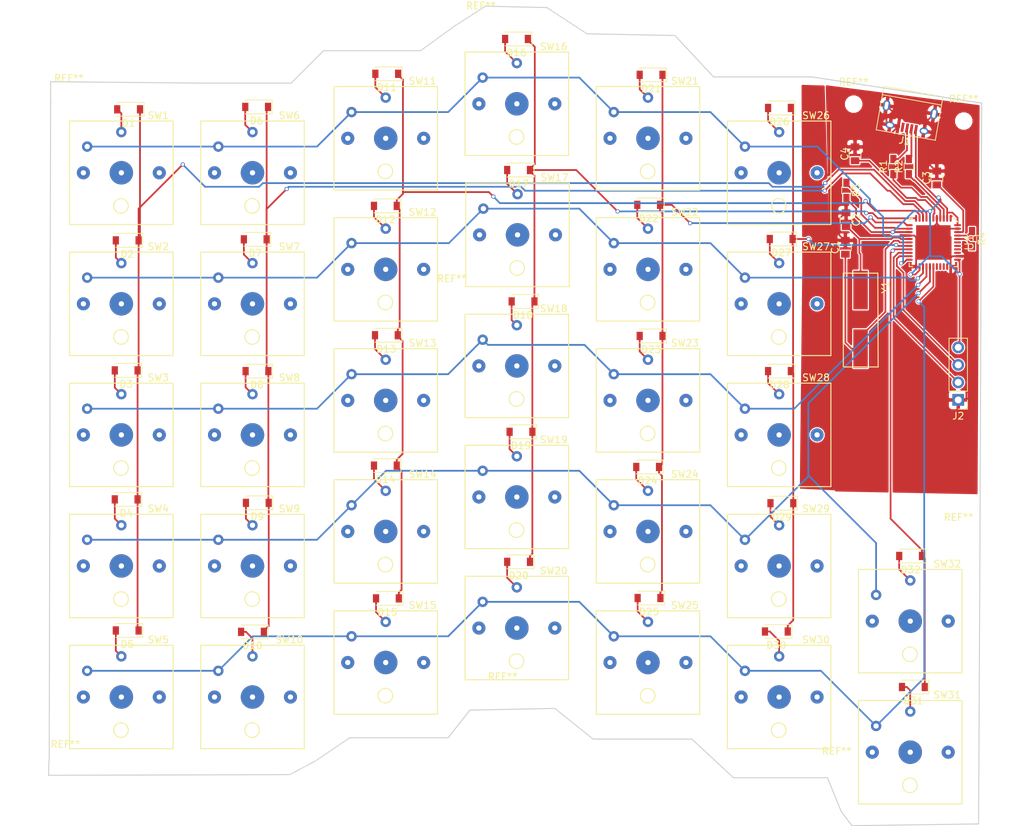
<source format=kicad_pcb>
(kicad_pcb (version 4) (host pcbnew 4.0.7)
  (layers (0 F.Cu signal) (31 B.Cu signal) (34 B.Paste user) (35 F.Paste user) (36 B.SilkS user) (37 F.SilkS user) (38 B.Mask user) (39 F.Mask user) (44 Edge.Cuts user))
  (net 0 "")
  (net 1 "Net-(C1-Pad1)")
  (net 2 GND)
  (net 3 "Net-(C2-Pad2)")
  (net 4 "Net-(C3-Pad1)")
  (net 5 "Net-(C4-Pad1)")
  (net 6 /Column_1)
  (net 7 "Net-(D1-Pad2)")
  (net 8 "Net-(D2-Pad2)")
  (net 9 "Net-(D3-Pad2)")
  (net 10 "Net-(D4-Pad2)")
  (net 11 "Net-(D5-Pad2)")
  (net 12 /Column_2)
  (net 13 "Net-(D6-Pad2)")
  (net 14 "Net-(D7-Pad2)")
  (net 15 "Net-(D8-Pad2)")
  (net 16 "Net-(D9-Pad2)")
  (net 17 "Net-(D10-Pad2)")
  (net 18 /Column_3)
  (net 19 "Net-(D11-Pad2)")
  (net 20 "Net-(D12-Pad2)")
  (net 21 "Net-(D13-Pad2)")
  (net 22 "Net-(D14-Pad2)")
  (net 23 "Net-(D15-Pad2)")
  (net 24 /Column_4)
  (net 25 "Net-(D16-Pad2)")
  (net 26 "Net-(D17-Pad2)")
  (net 27 "Net-(D18-Pad2)")
  (net 28 "Net-(D19-Pad2)")
  (net 29 "Net-(D20-Pad2)")
  (net 30 /Column_5)
  (net 31 "Net-(D21-Pad2)")
  (net 32 "Net-(D22-Pad2)")
  (net 33 "Net-(D23-Pad2)")
  (net 34 "Net-(D24-Pad2)")
  (net 35 "Net-(D25-Pad2)")
  (net 36 /Column_6)
  (net 37 "Net-(D26-Pad2)")
  (net 38 "Net-(D27-Pad2)")
  (net 39 "Net-(D28-Pad2)")
  (net 40 "Net-(D29-Pad2)")
  (net 41 "Net-(D30-Pad2)")
  (net 42 /Column_7)
  (net 43 "Net-(D31-Pad2)")
  (net 44 VCC)
  (net 45 "Net-(J1-Pad2)")
  (net 46 "Net-(J1-Pad3)")
  (net 47 "Net-(J1-Pad4)")
  (net 48 /Rx)
  (net 49 /Tx)
  (net 50 "Net-(R1-Pad1)")
  (net 51 "Net-(R2-Pad1)")
  (net 52 "Net-(R3-Pad1)")
  (net 53 /Row_1)
  (net 54 /Row_2)
  (net 55 /Row_3)
  (net 56 /Row_4)
  (net 57 /Row_5)
  (net 58 "Net-(U1-Pad1)")
  (net 59 "Net-(U1-Pad36)")
  (net 60 "Net-(U1-Pad37)")
  (net 61 "Net-(U1-Pad38)")
  (net 62 "Net-(U1-Pad39)")
  (net 63 "Net-(D32-Pad2)")
  (net 64 "Net-(R4-Pad1)")
  (net 65 "Net-(R4-Pad2)")
  (net 66 "Net-(U1-Pad29)")
  (net 67 "Net-(U1-Pad30)")
  (net 68 "Net-(U1-Pad31)")
  (net 69 "Net-(U1-Pad32)")
  (module Capacitors_SMD:C_0805 (layer F.Cu) (at 153.65 75.9 90)
    (fp_text reference C1 (at 0 -1.5 90) (layer F.SilkS))
    (fp_text value C_Small)
    (pad 1 smd rect (at -1 0 90) (size 1 1.25) (layers F.Cu F.Paste F.Mask) (net 1 "Net-(C1-Pad1)"))
    (pad 2 smd rect (at 1 0 90) (size 1 1.25) (layers F.Cu F.Paste F.Mask) (net 2 GND))
  )
  (module Capacitors_SMD:C_0805 (layer F.Cu) (at 153.75 71.9 270)
    (fp_text reference C2 (at 0 -1.5 270) (layer F.SilkS))
    (fp_text value C_Small)
    (pad 1 smd rect (at -1 0 270) (size 1 1.25) (layers F.Cu F.Paste F.Mask) (net 2 GND))
    (pad 2 smd rect (at 1 0 270) (size 1 1.25) (layers F.Cu F.Paste F.Mask) (net 3 "Net-(C2-Pad2)"))
  )
  (module Capacitors_SMD:C_0805 (layer F.Cu) (at 166.9 65.85 90)
    (fp_text reference C3 (at 0 -1.5 90) (layer F.SilkS))
    (fp_text value u1)
    (pad 1 smd rect (at -1 0 90) (size 1 1.25) (layers F.Cu F.Paste F.Mask) (net 4 "Net-(C3-Pad1)"))
    (pad 2 smd rect (at 1 0 90) (size 1 1.25) (layers F.Cu F.Paste F.Mask) (net 2 GND))
  )
  (module Capacitors_SMD:C_0805 (layer F.Cu) (at 155.05 62.35 90)
    (fp_text reference C4 (at 0 -1.5 90) (layer F.SilkS))
    (fp_text value 1u)
    (pad 1 smd rect (at -1 0 90) (size 1 1.25) (layers F.Cu F.Paste F.Mask) (net 5 "Net-(C4-Pad1)"))
    (pad 2 smd rect (at 1 0 90) (size 1 1.25) (layers F.Cu F.Paste F.Mask) (net 2 GND))
  )
  (module Diodes_SMD:D_SOD-123 (layer F.Cu) (at 49.8 55.9 180)
    (fp_text reference D1 (at 0 -2 180) (layer F.SilkS))
    (fp_text value D)
    (pad 1 smd rect (at -1.65 0 180) (size 0.9 1.2) (layers F.Cu F.Paste F.Mask) (net 6 /Column_1))
    (pad 2 smd rect (at 1.65 0 180) (size 0.9 1.2) (layers F.Cu F.Paste F.Mask) (net 7 "Net-(D1-Pad2)"))
  )
  (module Diodes_SMD:D_SOD-123 (layer F.Cu) (at 49.6 74.9 180)
    (fp_text reference D2 (at 0 -2 180) (layer F.SilkS))
    (fp_text value D)
    (pad 1 smd rect (at -1.65 0 180) (size 0.9 1.2) (layers F.Cu F.Paste F.Mask) (net 6 /Column_1))
    (pad 2 smd rect (at 1.65 0 180) (size 0.9 1.2) (layers F.Cu F.Paste F.Mask) (net 8 "Net-(D2-Pad2)"))
  )
  (module Diodes_SMD:D_SOD-123 (layer F.Cu) (at 49.45 93.75 180)
    (fp_text reference D3 (at 0 -2 180) (layer F.SilkS))
    (fp_text value D)
    (pad 1 smd rect (at -1.65 0 180) (size 0.9 1.2) (layers F.Cu F.Paste F.Mask) (net 6 /Column_1))
    (pad 2 smd rect (at 1.65 0 180) (size 0.9 1.2) (layers F.Cu F.Paste F.Mask) (net 9 "Net-(D3-Pad2)"))
  )
  (module Diodes_SMD:D_SOD-123 (layer F.Cu) (at 49.45 112.45 180)
    (fp_text reference D4 (at 0 -2 180) (layer F.SilkS))
    (fp_text value D)
    (pad 1 smd rect (at -1.65 0 180) (size 0.9 1.2) (layers F.Cu F.Paste F.Mask) (net 6 /Column_1))
    (pad 2 smd rect (at 1.65 0 180) (size 0.9 1.2) (layers F.Cu F.Paste F.Mask) (net 10 "Net-(D4-Pad2)"))
  )
  (module Diodes_SMD:D_SOD-123 (layer F.Cu) (at 49.6 131.45 180)
    (fp_text reference D5 (at 0 -2 180) (layer F.SilkS))
    (fp_text value D)
    (pad 1 smd rect (at -1.65 0 180) (size 0.9 1.2) (layers F.Cu F.Paste F.Mask) (net 6 /Column_1))
    (pad 2 smd rect (at 1.65 0 180) (size 0.9 1.2) (layers F.Cu F.Paste F.Mask) (net 11 "Net-(D5-Pad2)"))
  )
  (module Diodes_SMD:D_SOD-123 (layer F.Cu) (at 68.35 55.55 180)
    (fp_text reference D6 (at 0 -2 180) (layer F.SilkS))
    (fp_text value D)
    (pad 1 smd rect (at -1.65 0 180) (size 0.9 1.2) (layers F.Cu F.Paste F.Mask) (net 12 /Column_2))
    (pad 2 smd rect (at 1.65 0 180) (size 0.9 1.2) (layers F.Cu F.Paste F.Mask) (net 13 "Net-(D6-Pad2)"))
  )
  (module Diodes_SMD:D_SOD-123 (layer F.Cu) (at 68.15 74.75 180)
    (fp_text reference D7 (at 0 -2 180) (layer F.SilkS))
    (fp_text value D)
    (pad 1 smd rect (at -1.65 0 180) (size 0.9 1.2) (layers F.Cu F.Paste F.Mask) (net 12 /Column_2))
    (pad 2 smd rect (at 1.65 0 180) (size 0.9 1.2) (layers F.Cu F.Paste F.Mask) (net 14 "Net-(D7-Pad2)"))
  )
  (module Diodes_SMD:D_SOD-123 (layer F.Cu) (at 68.4 93.85 180)
    (fp_text reference D8 (at 0 -2 180) (layer F.SilkS))
    (fp_text value D)
    (pad 1 smd rect (at -1.65 0 180) (size 0.9 1.2) (layers F.Cu F.Paste F.Mask) (net 12 /Column_2))
    (pad 2 smd rect (at 1.65 0 180) (size 0.9 1.2) (layers F.Cu F.Paste F.Mask) (net 15 "Net-(D8-Pad2)"))
  )
  (module Diodes_SMD:D_SOD-123 (layer F.Cu) (at 68.45 112.95 180)
    (fp_text reference D9 (at 0 -2 180) (layer F.SilkS))
    (fp_text value D)
    (pad 1 smd rect (at -1.65 0 180) (size 0.9 1.2) (layers F.Cu F.Paste F.Mask) (net 12 /Column_2))
    (pad 2 smd rect (at 1.65 0 180) (size 0.9 1.2) (layers F.Cu F.Paste F.Mask) (net 16 "Net-(D9-Pad2)"))
  )
  (module Diodes_SMD:D_SOD-123 (layer F.Cu) (at 67.75 131.65 180)
    (fp_text reference D10 (at 0 -2 180) (layer F.SilkS))
    (fp_text value D)
    (pad 1 smd rect (at -1.65 0 180) (size 0.9 1.2) (layers F.Cu F.Paste F.Mask) (net 12 /Column_2))
    (pad 2 smd rect (at 1.65 0 180) (size 0.9 1.2) (layers F.Cu F.Paste F.Mask) (net 17 "Net-(D10-Pad2)"))
  )
  (module Diodes_SMD:D_SOD-123 (layer F.Cu) (at 87.2 50.75 180)
    (fp_text reference D11 (at 0 -2 180) (layer F.SilkS))
    (fp_text value D)
    (pad 1 smd rect (at -1.65 0 180) (size 0.9 1.2) (layers F.Cu F.Paste F.Mask) (net 18 /Column_3))
    (pad 2 smd rect (at 1.65 0 180) (size 0.9 1.2) (layers F.Cu F.Paste F.Mask) (net 19 "Net-(D11-Pad2)"))
  )
  (module Diodes_SMD:D_SOD-123 (layer F.Cu) (at 87 69.9 180)
    (fp_text reference D12 (at 0 -2 180) (layer F.SilkS))
    (fp_text value D)
    (pad 1 smd rect (at -1.65 0 180) (size 0.9 1.2) (layers F.Cu F.Paste F.Mask) (net 18 /Column_3))
    (pad 2 smd rect (at 1.65 0 180) (size 0.9 1.2) (layers F.Cu F.Paste F.Mask) (net 20 "Net-(D12-Pad2)"))
  )
  (module Diodes_SMD:D_SOD-123 (layer F.Cu) (at 87.15 88.65 180)
    (fp_text reference D13 (at 0 -2 180) (layer F.SilkS))
    (fp_text value D)
    (pad 1 smd rect (at -1.65 0 180) (size 0.9 1.2) (layers F.Cu F.Paste F.Mask) (net 18 /Column_3))
    (pad 2 smd rect (at 1.65 0 180) (size 0.9 1.2) (layers F.Cu F.Paste F.Mask) (net 21 "Net-(D13-Pad2)"))
  )
  (module Diodes_SMD:D_SOD-123 (layer F.Cu) (at 87 107.55 180)
    (fp_text reference D14 (at 0 -2 180) (layer F.SilkS))
    (fp_text value D)
    (pad 1 smd rect (at -1.65 0 180) (size 0.9 1.2) (layers F.Cu F.Paste F.Mask) (net 18 /Column_3))
    (pad 2 smd rect (at 1.65 0 180) (size 0.9 1.2) (layers F.Cu F.Paste F.Mask) (net 22 "Net-(D14-Pad2)"))
  )
  (module Diodes_SMD:D_SOD-123 (layer F.Cu) (at 87.3 126.8 180)
    (fp_text reference D15 (at 0 -2 180) (layer F.SilkS))
    (fp_text value D)
    (pad 1 smd rect (at -1.65 0 180) (size 0.9 1.2) (layers F.Cu F.Paste F.Mask) (net 18 /Column_3))
    (pad 2 smd rect (at 1.65 0 180) (size 0.9 1.2) (layers F.Cu F.Paste F.Mask) (net 23 "Net-(D15-Pad2)"))
  )
  (module Diodes_SMD:D_SOD-123 (layer F.Cu) (at 106 45.7 180)
    (fp_text reference D16 (at 0 -2 180) (layer F.SilkS))
    (fp_text value D)
    (pad 1 smd rect (at -1.65 0 180) (size 0.9 1.2) (layers F.Cu F.Paste F.Mask) (net 24 /Column_4))
    (pad 2 smd rect (at 1.65 0 180) (size 0.9 1.2) (layers F.Cu F.Paste F.Mask) (net 25 "Net-(D16-Pad2)"))
  )
  (module Diodes_SMD:D_SOD-123 (layer F.Cu) (at 106.3 64.7 180)
    (fp_text reference D17 (at 0 -2 180) (layer F.SilkS))
    (fp_text value D)
    (pad 1 smd rect (at -1.65 0 180) (size 0.9 1.2) (layers F.Cu F.Paste F.Mask) (net 24 /Column_4))
    (pad 2 smd rect (at 1.65 0 180) (size 0.9 1.2) (layers F.Cu F.Paste F.Mask) (net 26 "Net-(D17-Pad2)"))
  )
  (module Diodes_SMD:D_SOD-123 (layer F.Cu) (at 106.95 83.75 180)
    (fp_text reference D18 (at 0 -2 180) (layer F.SilkS))
    (fp_text value D)
    (pad 1 smd rect (at -1.65 0 180) (size 0.9 1.2) (layers F.Cu F.Paste F.Mask) (net 24 /Column_4))
    (pad 2 smd rect (at 1.65 0 180) (size 0.9 1.2) (layers F.Cu F.Paste F.Mask) (net 27 "Net-(D18-Pad2)"))
  )
  (module Diodes_SMD:D_SOD-123 (layer F.Cu) (at 106.65 102.65 180)
    (fp_text reference D19 (at 0 -2 180) (layer F.SilkS))
    (fp_text value D)
    (pad 1 smd rect (at -1.65 0 180) (size 0.9 1.2) (layers F.Cu F.Paste F.Mask) (net 24 /Column_4))
    (pad 2 smd rect (at 1.65 0 180) (size 0.9 1.2) (layers F.Cu F.Paste F.Mask) (net 28 "Net-(D19-Pad2)"))
  )
  (module Diodes_SMD:D_SOD-123 (layer F.Cu) (at 106.3 121.5 180)
    (fp_text reference D20 (at 0 -2 180) (layer F.SilkS))
    (fp_text value D)
    (pad 1 smd rect (at -1.65 0 180) (size 0.9 1.2) (layers F.Cu F.Paste F.Mask) (net 24 /Column_4))
    (pad 2 smd rect (at 1.65 0 180) (size 0.9 1.2) (layers F.Cu F.Paste F.Mask) (net 29 "Net-(D20-Pad2)"))
  )
  (module Diodes_SMD:D_SOD-123 (layer F.Cu) (at 125.5 50.9 180)
    (fp_text reference D21 (at 0 -2 180) (layer F.SilkS))
    (fp_text value D)
    (pad 1 smd rect (at -1.65 0 180) (size 0.9 1.2) (layers F.Cu F.Paste F.Mask) (net 30 /Column_5))
    (pad 2 smd rect (at 1.65 0 180) (size 0.9 1.2) (layers F.Cu F.Paste F.Mask) (net 31 "Net-(D21-Pad2)"))
  )
  (module Diodes_SMD:D_SOD-123 (layer F.Cu) (at 125.15 69.75 180)
    (fp_text reference D22 (at 0 -2 180) (layer F.SilkS))
    (fp_text value D)
    (pad 1 smd rect (at -1.65 0 180) (size 0.9 1.2) (layers F.Cu F.Paste F.Mask) (net 30 /Column_5))
    (pad 2 smd rect (at 1.65 0 180) (size 0.9 1.2) (layers F.Cu F.Paste F.Mask) (net 32 "Net-(D22-Pad2)"))
  )
  (module Diodes_SMD:D_SOD-123 (layer F.Cu) (at 125.5 88.75 180)
    (fp_text reference D23 (at 0 -2 180) (layer F.SilkS))
    (fp_text value D)
    (pad 1 smd rect (at -1.65 0 180) (size 0.9 1.2) (layers F.Cu F.Paste F.Mask) (net 30 /Column_5))
    (pad 2 smd rect (at 1.65 0 180) (size 0.9 1.2) (layers F.Cu F.Paste F.Mask) (net 33 "Net-(D23-Pad2)"))
  )
  (module Diodes_SMD:D_SOD-123 (layer F.Cu) (at 125 107.75 180)
    (fp_text reference D24 (at 0 -2 180) (layer F.SilkS))
    (fp_text value D)
    (pad 1 smd rect (at -1.65 0 180) (size 0.9 1.2) (layers F.Cu F.Paste F.Mask) (net 30 /Column_5))
    (pad 2 smd rect (at 1.65 0 180) (size 0.9 1.2) (layers F.Cu F.Paste F.Mask) (net 34 "Net-(D24-Pad2)"))
  )
  (module Diodes_SMD:D_SOD-123 (layer F.Cu) (at 125.2 126.75 180)
    (fp_text reference D25 (at 0 -2 180) (layer F.SilkS))
    (fp_text value D)
    (pad 1 smd rect (at -1.65 0 180) (size 0.9 1.2) (layers F.Cu F.Paste F.Mask) (net 30 /Column_5))
    (pad 2 smd rect (at 1.65 0 180) (size 0.9 1.2) (layers F.Cu F.Paste F.Mask) (net 35 "Net-(D25-Pad2)"))
  )
  (module Diodes_SMD:D_SOD-123 (layer F.Cu) (at 144.1 55.7 180)
    (fp_text reference D26 (at 0 -2 180) (layer F.SilkS))
    (fp_text value D)
    (pad 1 smd rect (at -1.65 0 180) (size 0.9 1.2) (layers F.Cu F.Paste F.Mask) (net 36 /Column_6))
    (pad 2 smd rect (at 1.65 0 180) (size 0.9 1.2) (layers F.Cu F.Paste F.Mask) (net 37 "Net-(D26-Pad2)"))
  )
  (module Diodes_SMD:D_SOD-123 (layer F.Cu) (at 144.35 74.7 180)
    (fp_text reference D27 (at 0 -2 180) (layer F.SilkS))
    (fp_text value D)
    (pad 1 smd rect (at -1.65 0 180) (size 0.9 1.2) (layers F.Cu F.Paste F.Mask) (net 36 /Column_6))
    (pad 2 smd rect (at 1.65 0 180) (size 0.9 1.2) (layers F.Cu F.Paste F.Mask) (net 38 "Net-(D27-Pad2)"))
  )
  (module Diodes_SMD:D_SOD-123 (layer F.Cu) (at 144.1 93.85 180)
    (fp_text reference D28 (at 0 -2 180) (layer F.SilkS))
    (fp_text value D)
    (pad 1 smd rect (at -1.65 0 180) (size 0.9 1.2) (layers F.Cu F.Paste F.Mask) (net 36 /Column_6))
    (pad 2 smd rect (at 1.65 0 180) (size 0.9 1.2) (layers F.Cu F.Paste F.Mask) (net 39 "Net-(D28-Pad2)"))
  )
  (module Diodes_SMD:D_SOD-123 (layer F.Cu) (at 144.45 113 180)
    (fp_text reference D29 (at 0 -2 180) (layer F.SilkS))
    (fp_text value D)
    (pad 1 smd rect (at -1.65 0 180) (size 0.9 1.2) (layers F.Cu F.Paste F.Mask) (net 36 /Column_6))
    (pad 2 smd rect (at 1.65 0 180) (size 0.9 1.2) (layers F.Cu F.Paste F.Mask) (net 40 "Net-(D29-Pad2)"))
  )
  (module Diodes_SMD:D_SOD-123 (layer F.Cu) (at 143.65 131.6 180)
    (fp_text reference D30 (at 0 -2 180) (layer F.SilkS))
    (fp_text value D)
    (pad 1 smd rect (at -1.65 0 180) (size 0.9 1.2) (layers F.Cu F.Paste F.Mask) (net 36 /Column_6))
    (pad 2 smd rect (at 1.65 0 180) (size 0.9 1.2) (layers F.Cu F.Paste F.Mask) (net 41 "Net-(D30-Pad2)"))
  )
  (module Diodes_SMD:D_SOD-123 (layer F.Cu) (at 163.5 139.65 180)
    (fp_text reference D31 (at 0 -2 180) (layer F.SilkS))
    (fp_text value D)
    (pad 1 smd rect (at -1.65 0 180) (size 0.9 1.2) (layers F.Cu F.Paste F.Mask) (net 42 /Column_7))
    (pad 2 smd rect (at 1.65 0 180) (size 0.9 1.2) (layers F.Cu F.Paste F.Mask) (net 43 "Net-(D31-Pad2)"))
  )
  (module Connectors:USB_Micro-B (layer F.Cu) (at 162.812402 57.287259 170)
    (fp_text reference J1 (at 0 -3.24 170) (layer F.SilkS))
    (fp_text value USB_OTG)
    (pad 1 smd rect (at -1.3 -1.35 260) (size 1.35 0.4) (layers F.Cu F.Paste F.Mask) (net 44 VCC))
    (pad 2 smd rect (at -0.65 -1.35 260) (size 1.35 0.4) (layers F.Cu F.Paste F.Mask) (net 45 "Net-(J1-Pad2)"))
    (pad 3 smd rect (at 0 -1.35 260) (size 1.35 0.4) (layers F.Cu F.Paste F.Mask) (net 46 "Net-(J1-Pad3)"))
    (pad 4 smd rect (at 0.65 -1.35 260) (size 1.35 0.4) (layers F.Cu F.Paste F.Mask) (net 47 "Net-(J1-Pad4)"))
    (pad 5 smd rect (at 1.3 -1.35 260) (size 1.35 0.4) (layers F.Cu F.Paste F.Mask) (net 2 GND))
    (pad 6 thru_hole oval (at -2.5 -1.35 260) (size 0.95 1.25) (drill oval 0.55 0.85) (layers *.Cu *.Mask) (net 2 GND))
    (pad 6 thru_hole oval (at 2.5 -1.35 260) (size 0.95 1.25) (drill oval 0.55 0.85) (layers *.Cu *.Mask) (net 2 GND))
    (pad 6 thru_hole oval (at -3.5 1.35 260) (size 1.55 1) (drill oval 1.15 0.5) (layers *.Cu *.Mask) (net 2 GND))
    (pad 6 thru_hole oval (at 3.5 1.35 260) (size 1.55 1) (drill oval 1.15 0.5) (layers *.Cu *.Mask) (net 2 GND))
  )
  (module Pin_Headers:Pin_Header_Straight_1x04_Pitch2.54mm (layer F.Cu) (at 170 98.03 180)
    (fp_text reference J2 (at 0 -2.33 180) (layer F.SilkS))
    (fp_text value Conn_01x04)
    (pad 1 thru_hole rect (at 0 0 180) (size 1.7 1.7) (drill 1) (layers *.Cu *.Mask) (net 2 GND))
    (pad 2 thru_hole oval (at 0 2.54 180) (size 1.7 1.7) (drill 1) (layers *.Cu *.Mask) (net 48 /Rx))
    (pad 3 thru_hole oval (at 0 5.08 180) (size 1.7 1.7) (drill 1) (layers *.Cu *.Mask) (net 49 /Tx))
    (pad 4 thru_hole oval (at 0 7.62 180) (size 1.7 1.7) (drill 1) (layers *.Cu *.Mask) (net 44 VCC))
  )
  (module Resistors_SMD:R_0603_HandSoldering (layer F.Cu) (at 160.6 64.2 90)
    (fp_text reference R1 (at 0 -1.45 90) (layer F.SilkS))
    (fp_text value 22)
    (pad 1 smd rect (at -1.1 0 90) (size 1.2 0.9) (layers F.Cu F.Paste F.Mask) (net 50 "Net-(R1-Pad1)"))
    (pad 2 smd rect (at 1.1 0 90) (size 1.2 0.9) (layers F.Cu F.Paste F.Mask) (net 46 "Net-(J1-Pad3)"))
  )
  (module Resistors_SMD:R_0603_HandSoldering (layer F.Cu) (at 162.85 64.2 90)
    (fp_text reference R2 (at 0 -1.45 90) (layer F.SilkS))
    (fp_text value 22)
    (pad 1 smd rect (at -1.1 0 90) (size 1.2 0.9) (layers F.Cu F.Paste F.Mask) (net 51 "Net-(R2-Pad1)"))
    (pad 2 smd rect (at 1.1 0 90) (size 1.2 0.9) (layers F.Cu F.Paste F.Mask) (net 45 "Net-(J1-Pad2)"))
  )
  (module Resistors_SMD:R_0603_HandSoldering (layer F.Cu) (at 153.8 67.65 270)
    (fp_text reference R3 (at 0 -1.45 270) (layer F.SilkS))
    (fp_text value 10k)
    (pad 1 smd rect (at -1.1 0 270) (size 1.2 0.9) (layers F.Cu F.Paste F.Mask) (net 52 "Net-(R3-Pad1)"))
    (pad 2 smd rect (at 1.1 0 270) (size 1.2 0.9) (layers F.Cu F.Paste F.Mask) (net 44 VCC))
  )
  (module ourglass_v7:Kailh_low_profile (layer F.Cu) (at 48.75 65.1)
    (fp_text reference SW1 (at 5.35 -8.3) (layer F.SilkS))
    (fp_text value SW_Push)
    (pad "" np_thru_hole circle (at 0 0) (size 3.4 3.4) (drill 0.762) (layers *.Cu))
    (pad "" np_thru_hole circle (at 5.5 0) (size 1.9 1.9) (drill 0.762) (layers *.Cu))
    (pad "" np_thru_hole circle (at -5.5 0) (size 1.9 1.9) (drill 0.762) (layers *.Cu))
    (pad 2 thru_hole circle (at 0 -5.9) (size 1.5 1.5) (drill 0.762) (layers *.Cu *.Mask) (net 7 "Net-(D1-Pad2)"))
    (pad 1 thru_hole circle (at -4.95 -3.8) (size 1.5 1.5) (drill 0.762) (layers *.Cu *.Mask) (net 53 /Row_1))
  )
  (module ourglass_v7:Kailh_low_profile (layer F.Cu) (at 48.75 84.1)
    (fp_text reference SW2 (at 5.35 -8.3) (layer F.SilkS))
    (fp_text value SW_Push)
    (pad "" np_thru_hole circle (at 0 0) (size 3.4 3.4) (drill 0.762) (layers *.Cu))
    (pad "" np_thru_hole circle (at 5.5 0) (size 1.9 1.9) (drill 0.762) (layers *.Cu))
    (pad "" np_thru_hole circle (at -5.5 0) (size 1.9 1.9) (drill 0.762) (layers *.Cu))
    (pad 2 thru_hole circle (at 0 -5.9) (size 1.5 1.5) (drill 0.762) (layers *.Cu *.Mask) (net 8 "Net-(D2-Pad2)"))
    (pad 1 thru_hole circle (at -4.95 -3.8) (size 1.5 1.5) (drill 0.762) (layers *.Cu *.Mask) (net 54 /Row_2))
  )
  (module ourglass_v7:Kailh_low_profile (layer F.Cu) (at 48.75 103.1)
    (fp_text reference SW3 (at 5.35 -8.3) (layer F.SilkS))
    (fp_text value SW_Push)
    (pad "" np_thru_hole circle (at 0 0) (size 3.4 3.4) (drill 0.762) (layers *.Cu))
    (pad "" np_thru_hole circle (at 5.5 0) (size 1.9 1.9) (drill 0.762) (layers *.Cu))
    (pad "" np_thru_hole circle (at -5.5 0) (size 1.9 1.9) (drill 0.762) (layers *.Cu))
    (pad 2 thru_hole circle (at 0 -5.9) (size 1.5 1.5) (drill 0.762) (layers *.Cu *.Mask) (net 9 "Net-(D3-Pad2)"))
    (pad 1 thru_hole circle (at -4.95 -3.8) (size 1.5 1.5) (drill 0.762) (layers *.Cu *.Mask) (net 55 /Row_3))
  )
  (module ourglass_v7:Kailh_low_profile (layer F.Cu) (at 48.75 122.1)
    (fp_text reference SW4 (at 5.35 -8.3) (layer F.SilkS))
    (fp_text value SW_Push)
    (pad "" np_thru_hole circle (at 0 0) (size 3.4 3.4) (drill 0.762) (layers *.Cu))
    (pad "" np_thru_hole circle (at 5.5 0) (size 1.9 1.9) (drill 0.762) (layers *.Cu))
    (pad "" np_thru_hole circle (at -5.5 0) (size 1.9 1.9) (drill 0.762) (layers *.Cu))
    (pad 2 thru_hole circle (at 0 -5.9) (size 1.5 1.5) (drill 0.762) (layers *.Cu *.Mask) (net 10 "Net-(D4-Pad2)"))
    (pad 1 thru_hole circle (at -4.95 -3.8) (size 1.5 1.5) (drill 0.762) (layers *.Cu *.Mask) (net 56 /Row_4))
  )
  (module ourglass_v7:Kailh_low_profile (layer F.Cu) (at 48.75 141.1)
    (fp_text reference SW5 (at 5.35 -8.3) (layer F.SilkS))
    (fp_text value SW_Push)
    (pad "" np_thru_hole circle (at 0 0) (size 3.4 3.4) (drill 0.762) (layers *.Cu))
    (pad "" np_thru_hole circle (at 5.5 0) (size 1.9 1.9) (drill 0.762) (layers *.Cu))
    (pad "" np_thru_hole circle (at -5.5 0) (size 1.9 1.9) (drill 0.762) (layers *.Cu))
    (pad 2 thru_hole circle (at 0 -5.9) (size 1.5 1.5) (drill 0.762) (layers *.Cu *.Mask) (net 11 "Net-(D5-Pad2)"))
    (pad 1 thru_hole circle (at -4.95 -3.8) (size 1.5 1.5) (drill 0.762) (layers *.Cu *.Mask) (net 57 /Row_5))
  )
  (module ourglass_v7:Kailh_low_profile (layer F.Cu) (at 67.75 65.1)
    (fp_text reference SW6 (at 5.35 -8.3) (layer F.SilkS))
    (fp_text value SW_Push)
    (pad "" np_thru_hole circle (at 0 0) (size 3.4 3.4) (drill 0.762) (layers *.Cu))
    (pad "" np_thru_hole circle (at 5.5 0) (size 1.9 1.9) (drill 0.762) (layers *.Cu))
    (pad "" np_thru_hole circle (at -5.5 0) (size 1.9 1.9) (drill 0.762) (layers *.Cu))
    (pad 2 thru_hole circle (at 0 -5.9) (size 1.5 1.5) (drill 0.762) (layers *.Cu *.Mask) (net 13 "Net-(D6-Pad2)"))
    (pad 1 thru_hole circle (at -4.95 -3.8) (size 1.5 1.5) (drill 0.762) (layers *.Cu *.Mask) (net 53 /Row_1))
  )
  (module ourglass_v7:Kailh_low_profile (layer F.Cu) (at 67.75 84.1)
    (fp_text reference SW7 (at 5.35 -8.3) (layer F.SilkS))
    (fp_text value SW_Push)
    (pad "" np_thru_hole circle (at 0 0) (size 3.4 3.4) (drill 0.762) (layers *.Cu))
    (pad "" np_thru_hole circle (at 5.5 0) (size 1.9 1.9) (drill 0.762) (layers *.Cu))
    (pad "" np_thru_hole circle (at -5.5 0) (size 1.9 1.9) (drill 0.762) (layers *.Cu))
    (pad 2 thru_hole circle (at 0 -5.9) (size 1.5 1.5) (drill 0.762) (layers *.Cu *.Mask) (net 14 "Net-(D7-Pad2)"))
    (pad 1 thru_hole circle (at -4.95 -3.8) (size 1.5 1.5) (drill 0.762) (layers *.Cu *.Mask) (net 54 /Row_2))
  )
  (module ourglass_v7:Kailh_low_profile (layer F.Cu) (at 67.75 103.1)
    (fp_text reference SW8 (at 5.35 -8.3) (layer F.SilkS))
    (fp_text value SW_Push)
    (pad "" np_thru_hole circle (at 0 0) (size 3.4 3.4) (drill 0.762) (layers *.Cu))
    (pad "" np_thru_hole circle (at 5.5 0) (size 1.9 1.9) (drill 0.762) (layers *.Cu))
    (pad "" np_thru_hole circle (at -5.5 0) (size 1.9 1.9) (drill 0.762) (layers *.Cu))
    (pad 2 thru_hole circle (at 0 -5.9) (size 1.5 1.5) (drill 0.762) (layers *.Cu *.Mask) (net 15 "Net-(D8-Pad2)"))
    (pad 1 thru_hole circle (at -4.95 -3.8) (size 1.5 1.5) (drill 0.762) (layers *.Cu *.Mask) (net 55 /Row_3))
  )
  (module ourglass_v7:Kailh_low_profile (layer F.Cu) (at 67.75 122.1)
    (fp_text reference SW9 (at 5.35 -8.3) (layer F.SilkS))
    (fp_text value SW_Push)
    (pad "" np_thru_hole circle (at 0 0) (size 3.4 3.4) (drill 0.762) (layers *.Cu))
    (pad "" np_thru_hole circle (at 5.5 0) (size 1.9 1.9) (drill 0.762) (layers *.Cu))
    (pad "" np_thru_hole circle (at -5.5 0) (size 1.9 1.9) (drill 0.762) (layers *.Cu))
    (pad 2 thru_hole circle (at 0 -5.9) (size 1.5 1.5) (drill 0.762) (layers *.Cu *.Mask) (net 16 "Net-(D9-Pad2)"))
    (pad 1 thru_hole circle (at -4.95 -3.8) (size 1.5 1.5) (drill 0.762) (layers *.Cu *.Mask) (net 56 /Row_4))
  )
  (module ourglass_v7:Kailh_low_profile (layer F.Cu) (at 67.75 141.1)
    (fp_text reference SW10 (at 5.35 -8.3) (layer F.SilkS))
    (fp_text value SW_Push)
    (pad "" np_thru_hole circle (at 0 0) (size 3.4 3.4) (drill 0.762) (layers *.Cu))
    (pad "" np_thru_hole circle (at 5.5 0) (size 1.9 1.9) (drill 0.762) (layers *.Cu))
    (pad "" np_thru_hole circle (at -5.5 0) (size 1.9 1.9) (drill 0.762) (layers *.Cu))
    (pad 2 thru_hole circle (at 0 -5.9) (size 1.5 1.5) (drill 0.762) (layers *.Cu *.Mask) (net 17 "Net-(D10-Pad2)"))
    (pad 1 thru_hole circle (at -4.95 -3.8) (size 1.5 1.5) (drill 0.762) (layers *.Cu *.Mask) (net 57 /Row_5))
  )
  (module ourglass_v7:Kailh_low_profile (layer F.Cu) (at 87.05 60.1)
    (fp_text reference SW11 (at 5.35 -8.3) (layer F.SilkS))
    (fp_text value SW_Push)
    (pad "" np_thru_hole circle (at 0 0) (size 3.4 3.4) (drill 0.762) (layers *.Cu))
    (pad "" np_thru_hole circle (at 5.5 0) (size 1.9 1.9) (drill 0.762) (layers *.Cu))
    (pad "" np_thru_hole circle (at -5.5 0) (size 1.9 1.9) (drill 0.762) (layers *.Cu))
    (pad 2 thru_hole circle (at 0 -5.9) (size 1.5 1.5) (drill 0.762) (layers *.Cu *.Mask) (net 19 "Net-(D11-Pad2)"))
    (pad 1 thru_hole circle (at -4.95 -3.8) (size 1.5 1.5) (drill 0.762) (layers *.Cu *.Mask) (net 53 /Row_1))
  )
  (module ourglass_v7:Kailh_low_profile (layer F.Cu) (at 87.05 79.1)
    (fp_text reference SW12 (at 5.35 -8.3) (layer F.SilkS))
    (fp_text value SW_Push)
    (pad "" np_thru_hole circle (at 0 0) (size 3.4 3.4) (drill 0.762) (layers *.Cu))
    (pad "" np_thru_hole circle (at 5.5 0) (size 1.9 1.9) (drill 0.762) (layers *.Cu))
    (pad "" np_thru_hole circle (at -5.5 0) (size 1.9 1.9) (drill 0.762) (layers *.Cu))
    (pad 2 thru_hole circle (at 0 -5.9) (size 1.5 1.5) (drill 0.762) (layers *.Cu *.Mask) (net 20 "Net-(D12-Pad2)"))
    (pad 1 thru_hole circle (at -4.95 -3.8) (size 1.5 1.5) (drill 0.762) (layers *.Cu *.Mask) (net 54 /Row_2))
  )
  (module ourglass_v7:Kailh_low_profile (layer F.Cu) (at 87.05 98.1)
    (fp_text reference SW13 (at 5.35 -8.3) (layer F.SilkS))
    (fp_text value SW_Push)
    (pad "" np_thru_hole circle (at 0 0) (size 3.4 3.4) (drill 0.762) (layers *.Cu))
    (pad "" np_thru_hole circle (at 5.5 0) (size 1.9 1.9) (drill 0.762) (layers *.Cu))
    (pad "" np_thru_hole circle (at -5.5 0) (size 1.9 1.9) (drill 0.762) (layers *.Cu))
    (pad 2 thru_hole circle (at 0 -5.9) (size 1.5 1.5) (drill 0.762) (layers *.Cu *.Mask) (net 21 "Net-(D13-Pad2)"))
    (pad 1 thru_hole circle (at -4.95 -3.8) (size 1.5 1.5) (drill 0.762) (layers *.Cu *.Mask) (net 55 /Row_3))
  )
  (module ourglass_v7:Kailh_low_profile (layer F.Cu) (at 87.05 117.1)
    (fp_text reference SW14 (at 5.35 -8.3) (layer F.SilkS))
    (fp_text value SW_Push)
    (pad "" np_thru_hole circle (at 0 0) (size 3.4 3.4) (drill 0.762) (layers *.Cu))
    (pad "" np_thru_hole circle (at 5.5 0) (size 1.9 1.9) (drill 0.762) (layers *.Cu))
    (pad "" np_thru_hole circle (at -5.5 0) (size 1.9 1.9) (drill 0.762) (layers *.Cu))
    (pad 2 thru_hole circle (at 0 -5.9) (size 1.5 1.5) (drill 0.762) (layers *.Cu *.Mask) (net 22 "Net-(D14-Pad2)"))
    (pad 1 thru_hole circle (at -4.95 -3.8) (size 1.5 1.5) (drill 0.762) (layers *.Cu *.Mask) (net 56 /Row_4))
  )
  (module ourglass_v7:Kailh_low_profile (layer F.Cu) (at 87.05 136.1)
    (fp_text reference SW15 (at 5.35 -8.3) (layer F.SilkS))
    (fp_text value SW_Push)
    (pad "" np_thru_hole circle (at 0 0) (size 3.4 3.4) (drill 0.762) (layers *.Cu))
    (pad "" np_thru_hole circle (at 5.5 0) (size 1.9 1.9) (drill 0.762) (layers *.Cu))
    (pad "" np_thru_hole circle (at -5.5 0) (size 1.9 1.9) (drill 0.762) (layers *.Cu))
    (pad 2 thru_hole circle (at 0 -5.9) (size 1.5 1.5) (drill 0.762) (layers *.Cu *.Mask) (net 23 "Net-(D15-Pad2)"))
    (pad 1 thru_hole circle (at -4.95 -3.8) (size 1.5 1.5) (drill 0.762) (layers *.Cu *.Mask) (net 57 /Row_5))
  )
  (module ourglass_v7:Kailh_low_profile (layer F.Cu) (at 106.05 55.1)
    (fp_text reference SW16 (at 5.35 -8.3) (layer F.SilkS))
    (fp_text value SW_Push)
    (pad "" np_thru_hole circle (at 0 0) (size 3.4 3.4) (drill 0.762) (layers *.Cu))
    (pad "" np_thru_hole circle (at 5.5 0) (size 1.9 1.9) (drill 0.762) (layers *.Cu))
    (pad "" np_thru_hole circle (at -5.5 0) (size 1.9 1.9) (drill 0.762) (layers *.Cu))
    (pad 2 thru_hole circle (at 0 -5.9) (size 1.5 1.5) (drill 0.762) (layers *.Cu *.Mask) (net 25 "Net-(D16-Pad2)"))
    (pad 1 thru_hole circle (at -4.95 -3.8) (size 1.5 1.5) (drill 0.762) (layers *.Cu *.Mask) (net 53 /Row_1))
  )
  (module ourglass_v7:Kailh_low_profile (layer F.Cu) (at 106.15 74.1)
    (fp_text reference SW17 (at 5.35 -8.3) (layer F.SilkS))
    (fp_text value SW_Push)
    (pad "" np_thru_hole circle (at 0 0) (size 3.4 3.4) (drill 0.762) (layers *.Cu))
    (pad "" np_thru_hole circle (at 5.5 0) (size 1.9 1.9) (drill 0.762) (layers *.Cu))
    (pad "" np_thru_hole circle (at -5.5 0) (size 1.9 1.9) (drill 0.762) (layers *.Cu))
    (pad 2 thru_hole circle (at 0 -5.9) (size 1.5 1.5) (drill 0.762) (layers *.Cu *.Mask) (net 26 "Net-(D17-Pad2)"))
    (pad 1 thru_hole circle (at -4.95 -3.8) (size 1.5 1.5) (drill 0.762) (layers *.Cu *.Mask) (net 54 /Row_2))
  )
  (module ourglass_v7:Kailh_low_profile (layer F.Cu) (at 106.05 93.1)
    (fp_text reference SW18 (at 5.35 -8.3) (layer F.SilkS))
    (fp_text value SW_Push)
    (pad "" np_thru_hole circle (at 0 0) (size 3.4 3.4) (drill 0.762) (layers *.Cu))
    (pad "" np_thru_hole circle (at 5.5 0) (size 1.9 1.9) (drill 0.762) (layers *.Cu))
    (pad "" np_thru_hole circle (at -5.5 0) (size 1.9 1.9) (drill 0.762) (layers *.Cu))
    (pad 2 thru_hole circle (at 0 -5.9) (size 1.5 1.5) (drill 0.762) (layers *.Cu *.Mask) (net 27 "Net-(D18-Pad2)"))
    (pad 1 thru_hole circle (at -4.95 -3.8) (size 1.5 1.5) (drill 0.762) (layers *.Cu *.Mask) (net 55 /Row_3))
  )
  (module ourglass_v7:Kailh_low_profile (layer F.Cu) (at 106.05 112.1)
    (fp_text reference SW19 (at 5.35 -8.3) (layer F.SilkS))
    (fp_text value SW_Push)
    (pad "" np_thru_hole circle (at 0 0) (size 3.4 3.4) (drill 0.762) (layers *.Cu))
    (pad "" np_thru_hole circle (at 5.5 0) (size 1.9 1.9) (drill 0.762) (layers *.Cu))
    (pad "" np_thru_hole circle (at -5.5 0) (size 1.9 1.9) (drill 0.762) (layers *.Cu))
    (pad 2 thru_hole circle (at 0 -5.9) (size 1.5 1.5) (drill 0.762) (layers *.Cu *.Mask) (net 28 "Net-(D19-Pad2)"))
    (pad 1 thru_hole circle (at -4.95 -3.8) (size 1.5 1.5) (drill 0.762) (layers *.Cu *.Mask) (net 56 /Row_4))
  )
  (module ourglass_v7:Kailh_low_profile (layer F.Cu) (at 106.05 131.1)
    (fp_text reference SW20 (at 5.35 -8.3) (layer F.SilkS))
    (fp_text value SW_Push)
    (pad "" np_thru_hole circle (at 0 0) (size 3.4 3.4) (drill 0.762) (layers *.Cu))
    (pad "" np_thru_hole circle (at 5.5 0) (size 1.9 1.9) (drill 0.762) (layers *.Cu))
    (pad "" np_thru_hole circle (at -5.5 0) (size 1.9 1.9) (drill 0.762) (layers *.Cu))
    (pad 2 thru_hole circle (at 0 -5.9) (size 1.5 1.5) (drill 0.762) (layers *.Cu *.Mask) (net 29 "Net-(D20-Pad2)"))
    (pad 1 thru_hole circle (at -4.95 -3.8) (size 1.5 1.5) (drill 0.762) (layers *.Cu *.Mask) (net 57 /Row_5))
  )
  (module ourglass_v7:Kailh_low_profile (layer F.Cu) (at 125.05 60.1)
    (fp_text reference SW21 (at 5.35 -8.3) (layer F.SilkS))
    (fp_text value SW_Push)
    (pad "" np_thru_hole circle (at 0 0) (size 3.4 3.4) (drill 0.762) (layers *.Cu))
    (pad "" np_thru_hole circle (at 5.5 0) (size 1.9 1.9) (drill 0.762) (layers *.Cu))
    (pad "" np_thru_hole circle (at -5.5 0) (size 1.9 1.9) (drill 0.762) (layers *.Cu))
    (pad 2 thru_hole circle (at 0 -5.9) (size 1.5 1.5) (drill 0.762) (layers *.Cu *.Mask) (net 31 "Net-(D21-Pad2)"))
    (pad 1 thru_hole circle (at -4.95 -3.8) (size 1.5 1.5) (drill 0.762) (layers *.Cu *.Mask) (net 53 /Row_1))
  )
  (module ourglass_v7:Kailh_low_profile (layer F.Cu) (at 125.05 79.1)
    (fp_text reference SW22 (at 5.35 -8.3) (layer F.SilkS))
    (fp_text value SW_Push)
    (pad "" np_thru_hole circle (at 0 0) (size 3.4 3.4) (drill 0.762) (layers *.Cu))
    (pad "" np_thru_hole circle (at 5.5 0) (size 1.9 1.9) (drill 0.762) (layers *.Cu))
    (pad "" np_thru_hole circle (at -5.5 0) (size 1.9 1.9) (drill 0.762) (layers *.Cu))
    (pad 2 thru_hole circle (at 0 -5.9) (size 1.5 1.5) (drill 0.762) (layers *.Cu *.Mask) (net 32 "Net-(D22-Pad2)"))
    (pad 1 thru_hole circle (at -4.95 -3.8) (size 1.5 1.5) (drill 0.762) (layers *.Cu *.Mask) (net 54 /Row_2))
  )
  (module ourglass_v7:Kailh_low_profile (layer F.Cu) (at 125.05 98.1)
    (fp_text reference SW23 (at 5.35 -8.3) (layer F.SilkS))
    (fp_text value SW_Push)
    (pad "" np_thru_hole circle (at 0 0) (size 3.4 3.4) (drill 0.762) (layers *.Cu))
    (pad "" np_thru_hole circle (at 5.5 0) (size 1.9 1.9) (drill 0.762) (layers *.Cu))
    (pad "" np_thru_hole circle (at -5.5 0) (size 1.9 1.9) (drill 0.762) (layers *.Cu))
    (pad 2 thru_hole circle (at 0 -5.9) (size 1.5 1.5) (drill 0.762) (layers *.Cu *.Mask) (net 33 "Net-(D23-Pad2)"))
    (pad 1 thru_hole circle (at -4.95 -3.8) (size 1.5 1.5) (drill 0.762) (layers *.Cu *.Mask) (net 55 /Row_3))
  )
  (module ourglass_v7:Kailh_low_profile (layer F.Cu) (at 125.05 117.1)
    (fp_text reference SW24 (at 5.35 -8.3) (layer F.SilkS))
    (fp_text value SW_Push)
    (pad "" np_thru_hole circle (at 0 0) (size 3.4 3.4) (drill 0.762) (layers *.Cu))
    (pad "" np_thru_hole circle (at 5.5 0) (size 1.9 1.9) (drill 0.762) (layers *.Cu))
    (pad "" np_thru_hole circle (at -5.5 0) (size 1.9 1.9) (drill 0.762) (layers *.Cu))
    (pad 2 thru_hole circle (at 0 -5.9) (size 1.5 1.5) (drill 0.762) (layers *.Cu *.Mask) (net 34 "Net-(D24-Pad2)"))
    (pad 1 thru_hole circle (at -4.95 -3.8) (size 1.5 1.5) (drill 0.762) (layers *.Cu *.Mask) (net 56 /Row_4))
  )
  (module ourglass_v7:Kailh_low_profile (layer F.Cu) (at 125.05 136.1)
    (fp_text reference SW25 (at 5.35 -8.3) (layer F.SilkS))
    (fp_text value SW_Push)
    (pad "" np_thru_hole circle (at 0 0) (size 3.4 3.4) (drill 0.762) (layers *.Cu))
    (pad "" np_thru_hole circle (at 5.5 0) (size 1.9 1.9) (drill 0.762) (layers *.Cu))
    (pad "" np_thru_hole circle (at -5.5 0) (size 1.9 1.9) (drill 0.762) (layers *.Cu))
    (pad 2 thru_hole circle (at 0 -5.9) (size 1.5 1.5) (drill 0.762) (layers *.Cu *.Mask) (net 35 "Net-(D25-Pad2)"))
    (pad 1 thru_hole circle (at -4.95 -3.8) (size 1.5 1.5) (drill 0.762) (layers *.Cu *.Mask) (net 57 /Row_5))
  )
  (module ourglass_v7:Kailh_low_profile (layer F.Cu) (at 144.05 65.1)
    (fp_text reference SW26 (at 5.35 -8.3) (layer F.SilkS))
    (fp_text value SW_Push)
    (pad "" np_thru_hole circle (at 0 0) (size 3.4 3.4) (drill 0.762) (layers *.Cu))
    (pad "" np_thru_hole circle (at 5.5 0) (size 1.9 1.9) (drill 0.762) (layers *.Cu))
    (pad "" np_thru_hole circle (at -5.5 0) (size 1.9 1.9) (drill 0.762) (layers *.Cu))
    (pad 2 thru_hole circle (at 0 -5.9) (size 1.5 1.5) (drill 0.762) (layers *.Cu *.Mask) (net 37 "Net-(D26-Pad2)"))
    (pad 1 thru_hole circle (at -4.95 -3.8) (size 1.5 1.5) (drill 0.762) (layers *.Cu *.Mask) (net 53 /Row_1))
  )
  (module ourglass_v7:Kailh_low_profile (layer F.Cu) (at 144.05 84.1)
    (fp_text reference SW27 (at 5.35 -8.3) (layer F.SilkS))
    (fp_text value SW_Push)
    (pad "" np_thru_hole circle (at 0 0) (size 3.4 3.4) (drill 0.762) (layers *.Cu))
    (pad "" np_thru_hole circle (at 5.5 0) (size 1.9 1.9) (drill 0.762) (layers *.Cu))
    (pad "" np_thru_hole circle (at -5.5 0) (size 1.9 1.9) (drill 0.762) (layers *.Cu))
    (pad 2 thru_hole circle (at 0 -5.9) (size 1.5 1.5) (drill 0.762) (layers *.Cu *.Mask) (net 38 "Net-(D27-Pad2)"))
    (pad 1 thru_hole circle (at -4.95 -3.8) (size 1.5 1.5) (drill 0.762) (layers *.Cu *.Mask) (net 54 /Row_2))
  )
  (module ourglass_v7:Kailh_low_profile (layer F.Cu) (at 144.05 103.1)
    (fp_text reference SW28 (at 5.35 -8.3) (layer F.SilkS))
    (fp_text value SW_Push)
    (pad "" np_thru_hole circle (at 0 0) (size 3.4 3.4) (drill 0.762) (layers *.Cu))
    (pad "" np_thru_hole circle (at 5.5 0) (size 1.9 1.9) (drill 0.762) (layers *.Cu))
    (pad "" np_thru_hole circle (at -5.5 0) (size 1.9 1.9) (drill 0.762) (layers *.Cu))
    (pad 2 thru_hole circle (at 0 -5.9) (size 1.5 1.5) (drill 0.762) (layers *.Cu *.Mask) (net 39 "Net-(D28-Pad2)"))
    (pad 1 thru_hole circle (at -4.95 -3.8) (size 1.5 1.5) (drill 0.762) (layers *.Cu *.Mask) (net 55 /Row_3))
  )
  (module ourglass_v7:Kailh_low_profile (layer F.Cu) (at 144.05 122.1)
    (fp_text reference SW29 (at 5.35 -8.3) (layer F.SilkS))
    (fp_text value SW_Push)
    (pad "" np_thru_hole circle (at 0 0) (size 3.4 3.4) (drill 0.762) (layers *.Cu))
    (pad "" np_thru_hole circle (at 5.5 0) (size 1.9 1.9) (drill 0.762) (layers *.Cu))
    (pad "" np_thru_hole circle (at -5.5 0) (size 1.9 1.9) (drill 0.762) (layers *.Cu))
    (pad 2 thru_hole circle (at 0 -5.9) (size 1.5 1.5) (drill 0.762) (layers *.Cu *.Mask) (net 40 "Net-(D29-Pad2)"))
    (pad 1 thru_hole circle (at -4.95 -3.8) (size 1.5 1.5) (drill 0.762) (layers *.Cu *.Mask) (net 56 /Row_4))
  )
  (module ourglass_v7:Kailh_low_profile (layer F.Cu) (at 144.05 141.1)
    (fp_text reference SW30 (at 5.35 -8.3) (layer F.SilkS))
    (fp_text value SW_Push)
    (pad "" np_thru_hole circle (at 0 0) (size 3.4 3.4) (drill 0.762) (layers *.Cu))
    (pad "" np_thru_hole circle (at 5.5 0) (size 1.9 1.9) (drill 0.762) (layers *.Cu))
    (pad "" np_thru_hole circle (at -5.5 0) (size 1.9 1.9) (drill 0.762) (layers *.Cu))
    (pad 2 thru_hole circle (at 0 -5.9) (size 1.5 1.5) (drill 0.762) (layers *.Cu *.Mask) (net 41 "Net-(D30-Pad2)"))
    (pad 1 thru_hole circle (at -4.95 -3.8) (size 1.5 1.5) (drill 0.762) (layers *.Cu *.Mask) (net 57 /Row_5))
  )
  (module ourglass_v7:Kailh_low_profile (layer F.Cu) (at 163.05 149.1)
    (fp_text reference SW31 (at 5.35 -8.3) (layer F.SilkS))
    (fp_text value SW_Push)
    (pad "" np_thru_hole circle (at 0 0) (size 3.4 3.4) (drill 0.762) (layers *.Cu))
    (pad "" np_thru_hole circle (at 5.5 0) (size 1.9 1.9) (drill 0.762) (layers *.Cu))
    (pad "" np_thru_hole circle (at -5.5 0) (size 1.9 1.9) (drill 0.762) (layers *.Cu))
    (pad 2 thru_hole circle (at 0 -5.9) (size 1.5 1.5) (drill 0.762) (layers *.Cu *.Mask) (net 43 "Net-(D31-Pad2)"))
    (pad 1 thru_hole circle (at -4.95 -3.8) (size 1.5 1.5) (drill 0.762) (layers *.Cu *.Mask) (net 57 /Row_5))
  )
  (module ourglass_v7:crystal_butterfly (layer F.Cu) (at 155.85 86.35 90)
    (fp_text reference Y1 (at 4.65 3.6 90) (layer F.SilkS))
    (fp_text value Crystal)
    (pad 1 smd rect (at -4.25 0 90) (size 5.6 2.1) (layers F.Cu F.Paste F.Mask) (net 1 "Net-(C1-Pad1)"))
    (pad 2 smd rect (at 4.25 0 90) (size 5.6 2.1) (layers F.Cu F.Paste F.Mask) (net 3 "Net-(C2-Pad2)"))
  )
  (module Diodes_SMD:D_SOD-123 (layer F.Cu) (at 163.1 120.65 180)
    (fp_text reference D32 (at 0 -2 180) (layer F.SilkS))
    (fp_text value D)
    (pad 1 smd rect (at -1.65 0 180) (size 0.9 1.2) (layers F.Cu F.Paste F.Mask) (net 42 /Column_7))
    (pad 2 smd rect (at 1.65 0 180) (size 0.9 1.2) (layers F.Cu F.Paste F.Mask) (net 63 "Net-(D32-Pad2)"))
  )
  (module Resistors_SMD:R_0603_HandSoldering (layer F.Cu) (at 172 74.65 270)
    (fp_text reference R4 (at 0 -1.45 270) (layer F.SilkS))
    (fp_text value 0)
    (pad 1 smd rect (at -1.1 0 270) (size 1.2 0.9) (layers F.Cu F.Paste F.Mask) (net 64 "Net-(R4-Pad1)"))
    (pad 2 smd rect (at 1.1 0 270) (size 1.2 0.9) (layers F.Cu F.Paste F.Mask) (net 65 "Net-(R4-Pad2)"))
  )
  (module ourglass_v7:Kailh_low_profile (layer F.Cu) (at 163.05 130.1)
    (fp_text reference SW32 (at 5.35 -8.3) (layer F.SilkS))
    (fp_text value SW_Push)
    (pad "" np_thru_hole circle (at 0 0) (size 3.4 3.4) (drill 0.762) (layers *.Cu))
    (pad "" np_thru_hole circle (at 5.5 0) (size 1.9 1.9) (drill 0.762) (layers *.Cu))
    (pad "" np_thru_hole circle (at -5.5 0) (size 1.9 1.9) (drill 0.762) (layers *.Cu))
    (pad 2 thru_hole circle (at 0 -5.9) (size 1.5 1.5) (drill 0.762) (layers *.Cu *.Mask) (net 63 "Net-(D32-Pad2)"))
    (pad 1 thru_hole circle (at -4.95 -3.8) (size 1.5 1.5) (drill 0.762) (layers *.Cu *.Mask) (net 56 /Row_4))
  )
  (module Mounting_Holes:MountingHole_2.2mm_M2 (layer F.Cu) (at 41.15 54.6)
    (fp_text reference REF** (at 0 -3.2) (layer F.SilkS))
    (fp_text value MountingHole_2.2mm_M2)
    (pad 1 np_thru_hole circle (at 0 0) (size 2.2 2.2) (drill 2.2) (layers *.Cu *.Mask))
  )
  (module Mounting_Holes:MountingHole_2.2mm_M2 (layer F.Cu) (at 154.85 55.15)
    (fp_text reference REF** (at 0 -3.2) (layer F.SilkS))
    (fp_text value MountingHole_2.2mm_M2 hide)
    (pad 1 np_thru_hole circle (at 0 0) (size 2.2 2.2) (drill 2.2) (layers *.Cu *.Mask))
  )
  (module Mounting_Holes:MountingHole_2.2mm_M2 (layer F.Cu) (at 170.8 57.6)
    (fp_text reference REF** (at 0 -3.2) (layer F.SilkS))
    (fp_text value MountingHole_2.2mm_M2 hide)
    (pad 1 np_thru_hole circle (at 0 0) (size 2.2 2.2) (drill 2.2) (layers *.Cu *.Mask))
  )
  (module Mounting_Holes:MountingHole_2.2mm_M2 (layer F.Cu) (at 100.85 44.1)
    (fp_text reference REF** (at 0 -3.2) (layer F.SilkS))
    (fp_text value MountingHole_2.2mm_M2)
    (pad 1 np_thru_hole circle (at 0 0) (size 2.2 2.2) (drill 2.2) (layers *.Cu *.Mask))
  )
  (module Mounting_Holes:MountingHole_2.2mm_M2 (layer F.Cu) (at 96.65 83.65)
    (fp_text reference REF** (at 0 -3.2) (layer F.SilkS))
    (fp_text value MountingHole_2.2mm_M2)
    (pad 1 np_thru_hole circle (at 0 0) (size 2.2 2.2) (drill 2.2) (layers *.Cu *.Mask))
  )
  (module Mounting_Holes:MountingHole_2.2mm_M2 (layer F.Cu) (at 40.65 151.15)
    (fp_text reference REF** (at 0 -3.2) (layer F.SilkS))
    (fp_text value MountingHole_2.2mm_M2)
    (pad 1 np_thru_hole circle (at 0 0) (size 2.2 2.2) (drill 2.2) (layers *.Cu *.Mask))
  )
  (module Mounting_Holes:MountingHole_2.2mm_M2 (layer F.Cu) (at 104 141.35)
    (fp_text reference REF** (at 0 -3.2) (layer F.SilkS))
    (fp_text value MountingHole_2.2mm_M2)
    (pad 1 np_thru_hole circle (at 0 0) (size 2.2 2.2) (drill 2.2) (layers *.Cu *.Mask))
  )
  (module Mounting_Holes:MountingHole_2.2mm_M2 (layer F.Cu) (at 152.4 152.15)
    (fp_text reference REF** (at 0 -3.2) (layer F.SilkS))
    (fp_text value MountingHole_2.2mm_M2)
    (pad 1 np_thru_hole circle (at 0 0) (size 2.2 2.2) (drill 2.2) (layers *.Cu *.Mask))
  )
  (module Mounting_Holes:MountingHole_2.2mm_M2 (layer F.Cu) (at 170.05 118.25)
    (fp_text reference REF** (at 0 -3.2) (layer F.SilkS))
    (fp_text value MountingHole_2.2mm_M2)
    (pad 1 np_thru_hole circle (at 0 0) (size 2.2 2.2) (drill 2.2) (layers *.Cu *.Mask))
  )
  (module ourglass_v7:QFN_44 (layer F.Cu) (at 166.4 75.2 270)
    (fp_text reference U1 (at 0 -5.2 270) (layer F.SilkS) (effects (font (size 1.2 1.2))))
    (fp_text value ATMEGA32U4-MU)
    (pad 1 smd oval (at -3.5 -2.5) (size 0.3 1) (layers F.Cu F.Paste F.Mask) (net 58 "Net-(U1-Pad1)"))
    (pad 2 smd oval (at -3.5 -2) (size 0.3 1) (layers F.Cu F.Paste F.Mask) (net 44 VCC))
    (pad 3 smd oval (at -3.5 -1.5) (size 0.3 1) (layers F.Cu F.Paste F.Mask) (net 51 "Net-(R2-Pad1)"))
    (pad 4 smd oval (at -3.5 -1) (size 0.3 1) (layers F.Cu F.Paste F.Mask) (net 50 "Net-(R1-Pad1)"))
    (pad 5 smd oval (at -3.5 -0.5) (size 0.3 1) (layers F.Cu F.Paste F.Mask) (net 2 GND))
    (pad 6 smd oval (at -3.5 0) (size 0.3 1) (layers F.Cu F.Paste F.Mask) (net 5 "Net-(C4-Pad1)"))
    (pad 7 smd oval (at -3.5 0.5) (size 0.3 1) (layers F.Cu F.Paste F.Mask) (net 44 VCC))
    (pad 8 smd oval (at -3.5 1) (size 0.3 1) (layers F.Cu F.Paste F.Mask) (net 6 /Column_1))
    (pad 9 smd oval (at -3.5 1.5) (size 0.3 1) (layers F.Cu F.Paste F.Mask) (net 12 /Column_2))
    (pad 10 smd oval (at -3.5 2) (size 0.3 1) (layers F.Cu F.Paste F.Mask) (net 18 /Column_3))
    (pad 11 smd oval (at -3.5 2.5) (size 0.3 1) (layers F.Cu F.Paste F.Mask) (net 24 /Column_4))
    (pad 12 smd oval (at -2.5 3.5 270) (size 0.3 1) (layers F.Cu F.Paste F.Mask) (net 30 /Column_5))
    (pad 13 smd oval (at -2 3.5 270) (size 0.3 1) (layers F.Cu F.Paste F.Mask) (net 52 "Net-(R3-Pad1)"))
    (pad 14 smd oval (at -1.5 3.5 270) (size 0.3 1) (layers F.Cu F.Paste F.Mask) (net 44 VCC))
    (pad 15 smd oval (at -1 3.5 270) (size 0.3 1) (layers F.Cu F.Paste F.Mask) (net 2 GND))
    (pad 16 smd oval (at -0.5 3.5 270) (size 0.3 1) (layers F.Cu F.Paste F.Mask) (net 3 "Net-(C2-Pad2)"))
    (pad 17 smd oval (at 0 3.5 270) (size 0.3 1) (layers F.Cu F.Paste F.Mask) (net 1 "Net-(C1-Pad1)"))
    (pad 18 smd oval (at 0.5 3.5 270) (size 0.3 1) (layers F.Cu F.Paste F.Mask) (net 36 /Column_6))
    (pad 19 smd oval (at 1 3.5 270) (size 0.3 1) (layers F.Cu F.Paste F.Mask) (net 42 /Column_7))
    (pad 20 smd oval (at 1.5 3.5 270) (size 0.3 1) (layers F.Cu F.Paste F.Mask) (net 48 /Rx))
    (pad 21 smd oval (at 2 3.5 270) (size 0.3 1) (layers F.Cu F.Paste F.Mask) (net 49 /Tx))
    (pad 22 smd oval (at 2.5 3.5 270) (size 0.3 1) (layers F.Cu F.Paste F.Mask) (net 53 /Row_1))
    (pad 23 smd oval (at 3.5 2.5) (size 0.3 1) (layers F.Cu F.Paste F.Mask) (net 2 GND))
    (pad 24 smd oval (at 3.5 2) (size 0.3 1) (layers F.Cu F.Paste F.Mask) (net 44 VCC))
    (pad 25 smd oval (at 3.5 1.5) (size 0.3 1) (layers F.Cu F.Paste F.Mask) (net 54 /Row_2))
    (pad 26 smd oval (at 3.5 1) (size 0.3 1) (layers F.Cu F.Paste F.Mask) (net 55 /Row_3))
    (pad 27 smd oval (at 3.5 0.5) (size 0.3 1) (layers F.Cu F.Paste F.Mask) (net 56 /Row_4))
    (pad 28 smd oval (at 3.5 0) (size 0.3 1) (layers F.Cu F.Paste F.Mask) (net 57 /Row_5))
    (pad 29 smd oval (at 3.5 -0.5) (size 0.3 1) (layers F.Cu F.Paste F.Mask) (net 66 "Net-(U1-Pad29)"))
    (pad 30 smd oval (at 3.5 -1) (size 0.3 1) (layers F.Cu F.Paste F.Mask) (net 67 "Net-(U1-Pad30)"))
    (pad 31 smd oval (at 3.5 -1.5) (size 0.3 1) (layers F.Cu F.Paste F.Mask) (net 68 "Net-(U1-Pad31)"))
    (pad 32 smd oval (at 3.5 -2) (size 0.3 1) (layers F.Cu F.Paste F.Mask) (net 69 "Net-(U1-Pad32)"))
    (pad 33 smd oval (at 3.5 -2.5) (size 0.3 1) (layers F.Cu F.Paste F.Mask) (net 2 GND))
    (pad 34 smd oval (at 2.5 -3.5 270) (size 0.3 1) (layers F.Cu F.Paste F.Mask) (net 44 VCC))
    (pad 35 smd oval (at 2 -3.5 270) (size 0.3 1) (layers F.Cu F.Paste F.Mask) (net 2 GND))
    (pad 36 smd oval (at 1.5 -3.5 270) (size 0.3 1) (layers F.Cu F.Paste F.Mask) (net 59 "Net-(U1-Pad36)"))
    (pad 37 smd oval (at 1 -3.5 270) (size 0.3 1) (layers F.Cu F.Paste F.Mask) (net 60 "Net-(U1-Pad37)"))
    (pad 38 smd oval (at 0.5 -3.5 270) (size 0.3 1) (layers F.Cu F.Paste F.Mask) (net 61 "Net-(U1-Pad38)"))
    (pad 39 smd oval (at 0 -3.5 270) (size 0.3 1) (layers F.Cu F.Paste F.Mask) (net 62 "Net-(U1-Pad39)"))
    (pad 40 smd oval (at -0.5 -3.5 270) (size 0.3 1) (layers F.Cu F.Paste F.Mask) (net 65 "Net-(R4-Pad2)"))
    (pad 41 smd oval (at -1 -3.5 270) (size 0.3 1) (layers F.Cu F.Paste F.Mask) (net 64 "Net-(R4-Pad1)"))
    (pad 42 smd oval (at -1.5 -3.5 270) (size 0.3 1) (layers F.Cu F.Paste F.Mask) (net 4 "Net-(C3-Pad1)"))
    (pad 43 smd oval (at -2 -3.5 270) (size 0.3 1) (layers F.Cu F.Paste F.Mask) (net 2 GND))
    (pad 44 smd oval (at -2.5 -3.5 270) (size 0.3 1) (layers F.Cu F.Paste F.Mask) (net 44 VCC))
    (pad 5 smd rect (at 0 0 270) (size 5 5) (layers F.Cu F.Paste F.Mask) (net 2 GND))
  )
  (gr_line (start 73.15 152.35) (end 76.9 150.35) (layer Edge.Cuts) (width 0.15))
  (gr_line (start 38.2 152.45) (end 73.15 152.35) (layer Edge.Cuts) (width 0.15))
  (gr_line (start 38.25 150.4) (end 38.2 152.45) (layer Edge.Cuts) (width 0.15))
  (gr_line (start 38.5 51.9) (end 38.5 55.45) (layer Edge.Cuts) (width 0.15))
  (gr_line (start 60.4 52.1) (end 38.5 51.9) (layer Edge.Cuts) (width 0.15))
  (gr_line (start 73.35 52.1) (end 60.4 52.1) (layer Edge.Cuts) (width 0.15))
  (gr_line (start 78.05 47.4) (end 73.35 52.1) (layer Edge.Cuts) (width 0.15))
  (gr_line (start 92.1 47.4) (end 78.05 47.4) (layer Edge.Cuts) (width 0.15))
  (gr_line (start 97 43.85) (end 92.1 47.4) (layer Edge.Cuts) (width 0.15))
  (gr_line (start 101.5 40.95) (end 97 43.85) (layer Edge.Cuts) (width 0.15))
  (gr_line (start 110.4 41.15) (end 101.5 40.95) (layer Edge.Cuts) (width 0.15))
  (gr_line (start 116.2 44.95) (end 110.4 41.15) (layer Edge.Cuts) (width 0.15))
  (gr_line (start 128.95 45.2) (end 116.2 44.95) (layer Edge.Cuts) (width 0.15))
  (gr_line (start 134.55 51.2) (end 128.95 45.2) (layer Edge.Cuts) (width 0.15))
  (gr_line (start 148.8 51.2) (end 134.55 51.2) (layer Edge.Cuts) (width 0.15))
  (gr_line (start 173.4 55) (end 148.8 51.2) (layer Edge.Cuts) (width 0.15))
  (gr_line (start 173.15 118.65) (end 173.4 55) (layer Edge.Cuts) (width 0.15))
  (gr_line (start 172.95 159.5) (end 173.15 118.65) (layer Edge.Cuts) (width 0.15))
  (gr_line (start 154.6 159.75) (end 172.95 159.5) (layer Edge.Cuts) (width 0.15))
  (gr_line (start 153.05 157.7) (end 154.6 159.75) (layer Edge.Cuts) (width 0.15))
  (gr_line (start 151.05 152.8) (end 153.05 157.7) (layer Edge.Cuts) (width 0.15))
  (gr_line (start 137.45 152.8) (end 151.05 152.8) (layer Edge.Cuts) (width 0.15))
  (gr_line (start 131.4 147.2) (end 137.45 152.8) (layer Edge.Cuts) (width 0.15))
  (gr_line (start 117.1 147.2) (end 131.4 147.2) (layer Edge.Cuts) (width 0.15))
  (gr_line (start 111.55 142.75) (end 117.1 147.2) (layer Edge.Cuts) (width 0.15))
  (gr_line (start 99.25 143) (end 111.55 142.75) (layer Edge.Cuts) (width 0.15))
  (gr_line (start 96.1 147) (end 99.25 143) (layer Edge.Cuts) (width 0.15))
  (gr_line (start 81.85 147) (end 96.1 147) (layer Edge.Cuts) (width 0.15))
  (gr_line (start 76.9 150.35) (end 81.85 147) (layer Edge.Cuts) (width 0.15))
  (gr_line (start 38.5 54.55) (end 38.3 150.35) (layer Edge.Cuts) (width 0.15))
  (segment (start 159.449991 85.250009) (end 159.449991 76.199997) (width 0.25) (layer F.Cu) (net 1))
  (segment (start 161.300001 74.949989) (end 161.550012 75.2) (width 0.25) (layer F.Cu) (net 1))
  (segment (start 155.85 90.6) (end 155.85 88.85) (width 0.25) (layer F.Cu) (net 1))
  (segment (start 161.550012 75.2) (end 162.9 75.2) (width 0.25) (layer F.Cu) (net 1))
  (segment (start 155.85 88.85) (end 159.449991 85.250009) (width 0.25) (layer F.Cu) (net 1))
  (segment (start 160.699999 74.949989) (end 161.300001 74.949989) (width 0.25) (layer F.Cu) (net 1))
  (segment (start 159.449991 76.199997) (end 160.699999 74.949989) (width 0.25) (layer F.Cu) (net 1))
  (segment (start 153.65 76.9) (end 153.65 89.7) (width 0.25) (layer F.Cu) (net 1))
  (segment (start 153.65 89.7) (end 154.55 90.6) (width 0.25) (layer F.Cu) (net 1))
  (segment (start 154.55 90.6) (end 155.85 90.6) (width 0.25) (layer F.Cu) (net 1))
  (segment (start 151.6 64.877802) (end 151.6 64.675) (width 0.25) (layer F.Cu) (net 2))
  (segment (start 151.6 64.675) (end 154.925 61.35) (width 0.25) (layer F.Cu) (net 2))
  (segment (start 154.925 61.35) (end 155.05 61.35) (width 0.25) (layer F.Cu) (net 2))
  (segment (start 149.8 66.677802) (end 151.6 64.877802) (width 0.25) (layer F.Cu) (net 2))
  (segment (start 151.95 70.3) (end 149.8 68.15) (width 0.25) (layer F.Cu) (net 2))
  (segment (start 149.8 68.15) (end 149.8 66.677802) (width 0.25) (layer F.Cu) (net 2))
  (segment (start 152.275 70.3) (end 151.95 70.3) (width 0.25) (layer F.Cu) (net 2))
  (segment (start 152.875 70.9) (end 152.275 70.3) (width 0.25) (layer F.Cu) (net 2))
  (segment (start 153.75 70.9) (end 153.625 70.9) (width 0.25) (layer F.Cu) (net 2))
  (segment (start 153.625 70.9) (end 152.775 71.75) (width 0.25) (layer F.Cu) (net 2))
  (segment (start 152.775 71.75) (end 152.775 74.15) (width 0.25) (layer F.Cu) (net 2))
  (segment (start 153.525 74.9) (end 153.65 74.9) (width 0.25) (layer F.Cu) (net 2))
  (segment (start 152.775 74.15) (end 153.525 74.9) (width 0.25) (layer F.Cu) (net 2))
  (segment (start 152.875 70.9) (end 153.75 70.9) (width 0.25) (layer F.Cu) (net 2))
  (segment (start 171.175001 91.7) (end 171.175001 97.954999) (width 0.25) (layer F.Cu) (net 2))
  (segment (start 168.8 87.670998) (end 168.8 90.949002) (width 0.25) (layer F.Cu) (net 2))
  (segment (start 168.8 90.949002) (end 169.550998 91.7) (width 0.25) (layer F.Cu) (net 2))
  (segment (start 169.550998 91.7) (end 171.175001 91.7) (width 0.25) (layer F.Cu) (net 2))
  (segment (start 171.175001 97.954999) (end 171.1 98.03) (width 0.25) (layer F.Cu) (net 2))
  (segment (start 171.1 98.03) (end 170 98.03) (width 0.25) (layer F.Cu) (net 2))
  (segment (start 165.039996 59.05087) (end 165.039996 63.114996) (width 0.25) (layer F.Cu) (net 2))
  (segment (start 166.775 64.85) (end 166.9 64.85) (width 0.25) (layer F.Cu) (net 2))
  (segment (start 165.039996 63.114996) (end 166.775 64.85) (width 0.25) (layer F.Cu) (net 2))
  (segment (start 160.115958 58.182629) (end 161.089349 58.182629) (width 0.25) (layer F.Cu) (net 2))
  (segment (start 161.089349 58.182629) (end 161.297727 58.391007) (width 0.25) (layer F.Cu) (net 2))
  (segment (start 161.297727 58.391007) (end 158.338734 61.35) (width 0.25) (layer F.Cu) (net 2))
  (segment (start 158.338734 61.35) (end 155.05 61.35) (width 0.25) (layer F.Cu) (net 2))
  (segment (start 166.493654 56.565537) (end 160.815537 56.565537) (width 0.25) (layer F.Cu) (net 2))
  (segment (start 160.815537 56.565537) (end 159.6 55.35) (width 0.25) (layer F.Cu) (net 2))
  (segment (start 165.039996 59.05087) (end 165.039996 58.019195) (width 0.25) (layer F.Cu) (net 2))
  (segment (start 165.039996 58.019195) (end 166.493654 56.565537) (width 0.25) (layer F.Cu) (net 2))
  (segment (start 159.6 55.35) (end 159.6 57.666671) (width 0.25) (layer F.Cu) (net 2))
  (segment (start 159.6 57.666671) (end 160.115958 58.182629) (width 0.25) (layer F.Cu) (net 2))
  (segment (start 166.9 72.45) (end 166.9 71.7) (width 0.25) (layer F.Cu) (net 2))
  (segment (start 164.9 74.45) (end 166.9 72.45) (width 0.25) (layer F.Cu) (net 2))
  (segment (start 167.65 73.2) (end 169.9 73.2) (width 0.25) (layer F.Cu) (net 2))
  (segment (start 166.9 72.45) (end 167.65 73.2) (width 0.25) (layer F.Cu) (net 2))
  (segment (start 168.9 74.45) (end 167.65 73.2) (width 0.25) (layer F.Cu) (net 2))
  (segment (start 168.9 87.570998) (end 168.8 87.670998) (width 0.25) (layer F.Cu) (net 2))
  (segment (start 168.9 77.45) (end 168.9 78.7) (width 0.25) (layer F.Cu) (net 2))
  (segment (start 169.9 77.2) (end 169.15 77.2) (width 0.25) (layer F.Cu) (net 2))
  (segment (start 169.15 77.2) (end 168.9 77.45) (width 0.25) (layer F.Cu) (net 2))
  (segment (start 163.9 74.45) (end 164.9 74.45) (width 0.25) (layer F.Cu) (net 2))
  (segment (start 163.65 74.2) (end 163.9 74.45) (width 0.25) (layer F.Cu) (net 2))
  (segment (start 163.9 74.45) (end 163.9 78.7) (width 0.25) (layer F.Cu) (net 2))
  (segment (start 168.9 77.45) (end 168.9 74.45) (width 0.25) (layer F.Cu) (net 2))
  (segment (start 162.9 74.2) (end 163.65 74.2) (width 0.25) (layer F.Cu) (net 2))
  (segment (start 155.675 74.7) (end 155.675 76.725) (width 0.25) (layer F.Cu) (net 3))
  (segment (start 155.675 76.725) (end 155.85 76.9) (width 0.25) (layer F.Cu) (net 3))
  (segment (start 153.875 72.9) (end 155.675 74.7) (width 0.25) (layer F.Cu) (net 3))
  (segment (start 153.75 72.9) (end 153.875 72.9) (width 0.25) (layer F.Cu) (net 3))
  (segment (start 155.85 76.9) (end 155.85 82.1) (width 0.25) (layer F.Cu) (net 3))
  (segment (start 153.625 72.9) (end 153.75 72.9) (width 0.25) (layer F.Cu) (net 3))
  (segment (start 160.313577 74.7) (end 160.513599 74.499978) (width 0.25) (layer F.Cu) (net 3))
  (segment (start 155.675 74.7) (end 160.313577 74.7) (width 0.25) (layer F.Cu) (net 3))
  (segment (start 161.486401 74.499978) (end 161.686423 74.7) (width 0.25) (layer F.Cu) (net 3))
  (segment (start 161.686423 74.7) (end 162.9 74.7) (width 0.25) (layer F.Cu) (net 3))
  (segment (start 160.513599 74.499978) (end 161.486401 74.499978) (width 0.25) (layer F.Cu) (net 3))
  (segment (start 167.025 66.85) (end 170.72501 70.55001) (width 0.25) (layer F.Cu) (net 4))
  (segment (start 166.9 66.85) (end 167.025 66.85) (width 0.25) (layer F.Cu) (net 4))
  (segment (start 170.72501 70.55001) (end 170.72501 73.62499) (width 0.25) (layer F.Cu) (net 4))
  (segment (start 170.72501 73.62499) (end 170.65 73.7) (width 0.25) (layer F.Cu) (net 4))
  (segment (start 170.65 73.7) (end 169.9 73.7) (width 0.25) (layer F.Cu) (net 4))
  (segment (start 166.4 71.128231) (end 166.4 71.7) (width 0.25) (layer F.Cu) (net 5))
  (segment (start 166.550023 70.978208) (end 166.4 71.128231) (width 0.25) (layer F.Cu) (net 5))
  (segment (start 155.05 63.35) (end 157.12282 63.35) (width 0.25) (layer F.Cu) (net 5))
  (segment (start 157.12282 63.35) (end 162.522778 68.749958) (width 0.25) (layer F.Cu) (net 5))
  (segment (start 162.522778 68.749958) (end 163.880956 68.749958) (width 0.25) (layer F.Cu) (net 5))
  (segment (start 164.180975 69.049978) (end 165.221797 69.049978) (width 0.25) (layer F.Cu) (net 5))
  (segment (start 163.880956 68.749958) (end 164.180975 69.049978) (width 0.25) (layer F.Cu) (net 5))
  (segment (start 165.221797 69.049978) (end 166.550023 70.378204) (width 0.25) (layer F.Cu) (net 5))
  (segment (start 166.550023 70.378204) (end 166.550023 70.978208) (width 0.25) (layer F.Cu) (net 5))
  (segment (start 150.427567 66.877565) (end 150.727566 66.577566) (width 0.25) (layer B.Cu) (net 6))
  (segment (start 150.180131 67.125001) (end 150.427567 66.877565) (width 0.25) (layer B.Cu) (net 6))
  (segment (start 68.722001 67.125001) (end 69.247002 66.6) (width 0.25) (layer B.Cu) (net 6))
  (segment (start 60.875001 67.125001) (end 68.722001 67.125001) (width 0.25) (layer B.Cu) (net 6))
  (segment (start 57.65 63.9) (end 60.875001 67.125001) (width 0.25) (layer B.Cu) (net 6))
  (segment (start 143.077999 67.125001) (end 150.180131 67.125001) (width 0.25) (layer B.Cu) (net 6))
  (segment (start 165.4 71.7) (end 165.4 70.95) (width 0.25) (layer F.Cu) (net 6))
  (segment (start 162.336379 69.199969) (end 157.786399 64.649989) (width 0.25) (layer F.Cu) (net 6))
  (segment (start 163.694556 69.199969) (end 162.336379 69.199969) (width 0.25) (layer F.Cu) (net 6))
  (segment (start 157.786399 64.649989) (end 152.655143 64.649989) (width 0.25) (layer F.Cu) (net 6))
  (segment (start 165.300022 70.805435) (end 163.694556 69.199969) (width 0.25) (layer F.Cu) (net 6))
  (segment (start 165.300022 70.850022) (end 165.300022 70.805435) (width 0.25) (layer F.Cu) (net 6))
  (segment (start 151.027565 66.277567) (end 150.727566 66.577566) (width 0.25) (layer F.Cu) (net 6))
  (segment (start 165.4 70.95) (end 165.300022 70.850022) (width 0.25) (layer F.Cu) (net 6))
  (segment (start 152.655143 64.649989) (end 151.027565 66.277567) (width 0.25) (layer F.Cu) (net 6))
  (segment (start 142.552998 66.6) (end 143.077999 67.125001) (width 0.25) (layer B.Cu) (net 6))
  (segment (start 69.247002 66.6) (end 142.552998 66.6) (width 0.25) (layer B.Cu) (net 6))
  (via (at 150.727566 66.577566) (size 0.6) (drill 0.4) (layers F.Cu B.Cu) (net 6))
  (segment (start 51.25 74.9) (end 51.25 70.3) (width 0.25) (layer F.Cu) (net 6))
  (via (at 57.65 63.9) (size 0.6) (drill 0.4) (layers F.Cu B.Cu) (net 6))
  (segment (start 51.25 70.3) (end 57.65 63.9) (width 0.25) (layer F.Cu) (net 6))
  (segment (start 51.1 112.45) (end 51.1 131.3) (width 0.25) (layer F.Cu) (net 6))
  (segment (start 51.1 131.3) (end 51.25 131.45) (width 0.25) (layer F.Cu) (net 6))
  (segment (start 51.1 93.75) (end 51.1 112.45) (width 0.25) (layer F.Cu) (net 6))
  (segment (start 51.25 74.9) (end 51.25 93.6) (width 0.25) (layer F.Cu) (net 6))
  (segment (start 51.25 93.6) (end 51.1 93.75) (width 0.25) (layer F.Cu) (net 6))
  (segment (start 51.45 55.9) (end 51.45 74.7) (width 0.25) (layer F.Cu) (net 6))
  (segment (start 51.45 74.7) (end 51.25 74.9) (width 0.25) (layer F.Cu) (net 6))
  (segment (start 48.75 59.2) (end 48.75 56.5) (width 0.25) (layer F.Cu) (net 7))
  (segment (start 48.75 56.5) (end 48.15 55.9) (width 0.25) (layer F.Cu) (net 7))
  (segment (start 47.95 74.9) (end 47.95 77.4) (width 0.25) (layer F.Cu) (net 8))
  (segment (start 47.95 77.4) (end 48.75 78.2) (width 0.25) (layer F.Cu) (net 8))
  (segment (start 47.8 93.75) (end 47.8 96.25) (width 0.25) (layer F.Cu) (net 9))
  (segment (start 47.8 96.25) (end 48.75 97.2) (width 0.25) (layer F.Cu) (net 9))
  (segment (start 47.8 112.45) (end 47.8 115.25) (width 0.25) (layer F.Cu) (net 10))
  (segment (start 47.8 115.25) (end 48.75 116.2) (width 0.25) (layer F.Cu) (net 10))
  (segment (start 47.95 131.45) (end 47.95 134.4) (width 0.25) (layer F.Cu) (net 11))
  (segment (start 47.95 134.4) (end 48.75 135.2) (width 0.25) (layer F.Cu) (net 11))
  (segment (start 159.75 67.7) (end 160.092176 67.7) (width 0.25) (layer F.Cu) (net 12))
  (segment (start 153.15 65.2) (end 157.25 65.2) (width 0.25) (layer F.Cu) (net 12))
  (segment (start 157.25 65.2) (end 159.75 67.7) (width 0.25) (layer F.Cu) (net 12))
  (segment (start 150.65 67.7) (end 153.15 65.2) (width 0.25) (layer F.Cu) (net 12))
  (segment (start 72.7 67.45) (end 73.025001 67.124999) (width 0.25) (layer B.Cu) (net 12))
  (segment (start 69.8 74.75) (end 69.8 70.35) (width 0.25) (layer F.Cu) (net 12))
  (via (at 72.7 67.45) (size 0.6) (drill 0.4) (layers F.Cu B.Cu) (net 12))
  (segment (start 69.8 70.35) (end 72.7 67.45) (width 0.25) (layer F.Cu) (net 12))
  (segment (start 69.8 74.75) (end 69.8 55.75) (width 0.25) (layer F.Cu) (net 12))
  (segment (start 69.8 55.75) (end 70 55.55) (width 0.25) (layer F.Cu) (net 12))
  (segment (start 69.8 74.75) (end 69.8 93.6) (width 0.25) (layer F.Cu) (net 12))
  (segment (start 69.8 93.6) (end 70.05 93.85) (width 0.25) (layer F.Cu) (net 12))
  (segment (start 70.05 93.85) (end 70.05 112.9) (width 0.25) (layer F.Cu) (net 12))
  (segment (start 70.05 112.9) (end 70.1 112.95) (width 0.25) (layer F.Cu) (net 12))
  (segment (start 69.4 131.65) (end 69.4 131.5) (width 0.25) (layer F.Cu) (net 12))
  (segment (start 69.4 131.5) (end 70.1 130.8) (width 0.25) (layer F.Cu) (net 12))
  (segment (start 70.1 130.8) (end 70.1 112.95) (width 0.25) (layer F.Cu) (net 12))
  (segment (start 106.666001 67.124999) (end 107.241002 67.7) (width 0.25) (layer B.Cu) (net 12))
  (segment (start 73.025001 67.124999) (end 106.666001 67.124999) (width 0.25) (layer B.Cu) (net 12))
  (segment (start 160.092176 67.7) (end 162.042156 69.64998) (width 0.25) (layer F.Cu) (net 12))
  (segment (start 162.042156 69.64998) (end 163.508156 69.64998) (width 0.25) (layer F.Cu) (net 12))
  (segment (start 163.508156 69.64998) (end 164.850011 70.991835) (width 0.25) (layer F.Cu) (net 12))
  (segment (start 164.850011 70.991835) (end 164.850011 71.128246) (width 0.25) (layer F.Cu) (net 12))
  (segment (start 164.850011 71.128246) (end 164.9 71.178235) (width 0.25) (layer F.Cu) (net 12))
  (segment (start 164.9 71.178235) (end 164.9 71.7) (width 0.25) (layer F.Cu) (net 12))
  (via (at 150.65 67.7) (size 0.6) (drill 0.4) (layers F.Cu B.Cu) (net 12))
  (segment (start 107.241002 67.7) (end 150.65 67.7) (width 0.25) (layer B.Cu) (net 12))
  (segment (start 66.7 55.55) (end 66.7 58.15) (width 0.25) (layer F.Cu) (net 13))
  (segment (start 66.7 58.15) (end 67.75 59.2) (width 0.25) (layer F.Cu) (net 13))
  (segment (start 66.5 74.75) (end 66.5 76.95) (width 0.25) (layer F.Cu) (net 14))
  (segment (start 66.5 76.95) (end 67.75 78.2) (width 0.25) (layer F.Cu) (net 14))
  (segment (start 66.75 93.85) (end 66.75 96.2) (width 0.25) (layer F.Cu) (net 15))
  (segment (start 66.75 96.2) (end 67.75 97.2) (width 0.25) (layer F.Cu) (net 15))
  (segment (start 66.8 112.95) (end 66.8 115.25) (width 0.25) (layer F.Cu) (net 16))
  (segment (start 66.8 115.25) (end 67.75 116.2) (width 0.25) (layer F.Cu) (net 16))
  (segment (start 67.75 135.2) (end 67.75 132.6) (width 0.25) (layer F.Cu) (net 17))
  (segment (start 67.75 132.6) (end 66.8 131.65) (width 0.25) (layer F.Cu) (net 17))
  (segment (start 66.8 131.65) (end 66.1 131.65) (width 0.25) (layer F.Cu) (net 17))
  (segment (start 157.974999 70.599989) (end 156.57501 69.2) (width 0.25) (layer F.Cu) (net 18))
  (segment (start 102.65 68.55) (end 103.599999 69.499999) (width 0.25) (layer B.Cu) (net 18))
  (segment (start 103.599999 69.499999) (end 156.275011 69.499999) (width 0.25) (layer B.Cu) (net 18))
  (segment (start 156.275011 69.499999) (end 156.57501 69.2) (width 0.25) (layer B.Cu) (net 18))
  (segment (start 164.4 71.7) (end 164.4 71.178235) (width 0.25) (layer F.Cu) (net 18))
  (segment (start 163.821754 70.599989) (end 157.974999 70.599989) (width 0.25) (layer F.Cu) (net 18))
  (segment (start 164.4 71.178235) (end 163.821754 70.599989) (width 0.25) (layer F.Cu) (net 18))
  (via (at 156.57501 69.2) (size 0.6) (drill 0.4) (layers F.Cu B.Cu) (net 18))
  (segment (start 89.55 67.9) (end 89.55 68.15) (width 0.25) (layer F.Cu) (net 18))
  (segment (start 89.55 51.6) (end 89.55 67.9) (width 0.25) (layer F.Cu) (net 18))
  (segment (start 89.55 67.9) (end 102 67.9) (width 0.25) (layer F.Cu) (net 18))
  (segment (start 102 67.9) (end 102.65 68.55) (width 0.25) (layer F.Cu) (net 18))
  (via (at 102.65 68.55) (size 0.6) (drill 0.4) (layers F.Cu B.Cu) (net 18))
  (segment (start 88.65 107.55) (end 88.65 107.7) (width 0.25) (layer F.Cu) (net 18))
  (segment (start 88.95 125.95) (end 88.95 126.8) (width 0.25) (layer F.Cu) (net 18))
  (segment (start 88.65 107.7) (end 89.35 108.4) (width 0.25) (layer F.Cu) (net 18))
  (segment (start 89.35 108.4) (end 89.35 125.55) (width 0.25) (layer F.Cu) (net 18))
  (segment (start 89.35 125.55) (end 88.95 125.95) (width 0.25) (layer F.Cu) (net 18))
  (segment (start 88.8 88.65) (end 88.8 88.8) (width 0.25) (layer F.Cu) (net 18))
  (segment (start 88.8 88.8) (end 89.5 89.5) (width 0.25) (layer F.Cu) (net 18))
  (segment (start 89.5 89.5) (end 89.5 105.85) (width 0.25) (layer F.Cu) (net 18))
  (segment (start 89.5 105.85) (end 88.65 106.7) (width 0.25) (layer F.Cu) (net 18))
  (segment (start 88.65 106.7) (end 88.65 107.55) (width 0.25) (layer F.Cu) (net 18))
  (segment (start 88.65 69.9) (end 88.65 70.05) (width 0.25) (layer F.Cu) (net 18))
  (segment (start 88.65 70.05) (end 89.075001 70.475001) (width 0.25) (layer F.Cu) (net 18))
  (segment (start 88.8 87.8) (end 88.8 88.65) (width 0.25) (layer F.Cu) (net 18))
  (segment (start 89.075001 70.475001) (end 89.075001 87.524999) (width 0.25) (layer F.Cu) (net 18))
  (segment (start 89.075001 87.524999) (end 88.8 87.8) (width 0.25) (layer F.Cu) (net 18))
  (segment (start 88.85 50.75) (end 88.85 50.9) (width 0.25) (layer F.Cu) (net 18))
  (segment (start 88.85 50.9) (end 89.55 51.6) (width 0.25) (layer F.Cu) (net 18))
  (segment (start 89.55 68.15) (end 88.65 69.05) (width 0.25) (layer F.Cu) (net 18))
  (segment (start 88.65 69.05) (end 88.65 69.9) (width 0.25) (layer F.Cu) (net 18))
  (segment (start 85.55 50.75) (end 85.55 52.7) (width 0.25) (layer F.Cu) (net 19))
  (segment (start 85.55 52.7) (end 87.05 54.2) (width 0.25) (layer F.Cu) (net 19))
  (segment (start 85.35 69.9) (end 85.35 71.5) (width 0.25) (layer F.Cu) (net 20))
  (segment (start 85.35 71.5) (end 87.05 73.2) (width 0.25) (layer F.Cu) (net 20))
  (segment (start 85.5 88.65) (end 85.5 90.65) (width 0.25) (layer F.Cu) (net 21))
  (segment (start 85.5 90.65) (end 87.05 92.2) (width 0.25) (layer F.Cu) (net 21))
  (segment (start 85.35 107.55) (end 85.35 109.5) (width 0.25) (layer F.Cu) (net 22))
  (segment (start 85.35 109.5) (end 87.05 111.2) (width 0.25) (layer F.Cu) (net 22))
  (segment (start 85.65 126.8) (end 85.65 128.8) (width 0.25) (layer F.Cu) (net 23))
  (segment (start 85.65 128.8) (end 87.05 130.2) (width 0.25) (layer F.Cu) (net 23))
  (segment (start 157.604458 70.945556) (end 156.679454 70.945556) (width 0.25) (layer F.Cu) (net 24))
  (segment (start 163.9 71.7) (end 158.358902 71.7) (width 0.25) (layer F.Cu) (net 24))
  (segment (start 156.433898 70.7) (end 156.679454 70.945556) (width 0.25) (layer B.Cu) (net 24))
  (segment (start 158.358902 71.7) (end 157.604458 70.945556) (width 0.25) (layer F.Cu) (net 24))
  (segment (start 120.65 70.7) (end 156.433898 70.7) (width 0.25) (layer B.Cu) (net 24))
  (via (at 156.679454 70.945556) (size 0.6) (drill 0.4) (layers F.Cu B.Cu) (net 24))
  (segment (start 107.95 64.7) (end 114.65 64.7) (width 0.25) (layer F.Cu) (net 24))
  (segment (start 114.65 64.7) (end 120.65 70.7) (width 0.25) (layer F.Cu) (net 24))
  (via (at 120.65 70.7) (size 0.6) (drill 0.4) (layers F.Cu B.Cu) (net 24))
  (segment (start 107.65 45.7) (end 107.65 45.85) (width 0.25) (layer F.Cu) (net 24))
  (segment (start 107.65 45.85) (end 108.65 46.85) (width 0.25) (layer F.Cu) (net 24))
  (segment (start 108.65 46.85) (end 108.65 63.85) (width 0.25) (layer F.Cu) (net 24))
  (segment (start 108.65 63.85) (end 107.95 64.55) (width 0.25) (layer F.Cu) (net 24))
  (segment (start 107.95 64.55) (end 107.95 64.7) (width 0.25) (layer F.Cu) (net 24))
  (segment (start 107.95 64.7) (end 107.95 64.85) (width 0.25) (layer F.Cu) (net 24))
  (segment (start 107.95 64.85) (end 108.6 65.5) (width 0.25) (layer F.Cu) (net 24))
  (segment (start 108.6 65.5) (end 108.6 83.75) (width 0.25) (layer F.Cu) (net 24))
  (segment (start 108.3 102.65) (end 108.3 84.05) (width 0.25) (layer F.Cu) (net 24))
  (segment (start 108.3 84.05) (end 108.6 83.75) (width 0.25) (layer F.Cu) (net 24))
  (segment (start 107.95 121.5) (end 107.95 120.65) (width 0.25) (layer F.Cu) (net 24))
  (segment (start 107.95 120.65) (end 108.3 120.3) (width 0.25) (layer F.Cu) (net 24))
  (segment (start 108.3 120.3) (end 108.3 102.65) (width 0.25) (layer F.Cu) (net 24))
  (segment (start 104.35 45.7) (end 104.35 47.5) (width 0.25) (layer F.Cu) (net 25))
  (segment (start 104.35 47.5) (end 106.05 49.2) (width 0.25) (layer F.Cu) (net 25))
  (segment (start 104.65 64.7) (end 104.65 66.7) (width 0.25) (layer F.Cu) (net 26))
  (segment (start 104.65 66.7) (end 106.15 68.2) (width 0.25) (layer F.Cu) (net 26))
  (segment (start 105.3 83.75) (end 105.300001 86.450001) (width 0.25) (layer F.Cu) (net 27))
  (segment (start 105.300001 86.450001) (end 106.05 87.2) (width 0.25) (layer F.Cu) (net 27))
  (segment (start 105 102.65) (end 105 105.15) (width 0.25) (layer F.Cu) (net 28))
  (segment (start 105 105.15) (end 106.05 106.2) (width 0.25) (layer F.Cu) (net 28))
  (segment (start 104.65 121.5) (end 104.65 123.8) (width 0.25) (layer F.Cu) (net 29))
  (segment (start 104.65 123.8) (end 106.05 125.2) (width 0.25) (layer F.Cu) (net 29))
  (segment (start 158.033898 72.3) (end 157.304454 71.570556) (width 0.25) (layer F.Cu) (net 30))
  (segment (start 162.55 72.7) (end 162.15 72.3) (width 0.25) (layer F.Cu) (net 30))
  (segment (start 162.9 72.7) (end 162.55 72.7) (width 0.25) (layer F.Cu) (net 30))
  (segment (start 162.15 72.3) (end 158.033898 72.3) (width 0.25) (layer F.Cu) (net 30))
  (segment (start 131.15 72.4) (end 156.47501 72.4) (width 0.25) (layer B.Cu) (net 30))
  (segment (start 156.47501 72.4) (end 157.304454 71.570556) (width 0.25) (layer B.Cu) (net 30))
  (via (at 157.304454 71.570556) (size 0.6) (drill 0.4) (layers F.Cu B.Cu) (net 30))
  (segment (start 126.8 69.75) (end 128.5 69.75) (width 0.25) (layer F.Cu) (net 30))
  (segment (start 128.5 69.75) (end 131.15 72.4) (width 0.25) (layer F.Cu) (net 30))
  (via (at 131.15 72.4) (size 0.6) (drill 0.4) (layers F.Cu B.Cu) (net 30))
  (segment (start 126.8 69.75) (end 126.8 70.6) (width 0.25) (layer F.Cu) (net 30))
  (segment (start 126.8 70.6) (end 127.15 70.95) (width 0.25) (layer F.Cu) (net 30))
  (segment (start 127.15 70.95) (end 127.15 88.75) (width 0.25) (layer F.Cu) (net 30))
  (segment (start 127.15 50.9) (end 127.15 69.4) (width 0.25) (layer F.Cu) (net 30))
  (segment (start 127.15 69.4) (end 126.8 69.75) (width 0.25) (layer F.Cu) (net 30))
  (segment (start 126.65 107.75) (end 126.65 108.6) (width 0.25) (layer F.Cu) (net 30))
  (segment (start 126.65 108.6) (end 127.075001 109.025001) (width 0.25) (layer F.Cu) (net 30))
  (segment (start 127.075001 109.025001) (end 127.075001 125.674999) (width 0.25) (layer F.Cu) (net 30))
  (segment (start 127.075001 125.674999) (end 126.85 125.9) (width 0.25) (layer F.Cu) (net 30))
  (segment (start 126.85 125.9) (end 126.85 126.75) (width 0.25) (layer F.Cu) (net 30))
  (segment (start 127.15 88.75) (end 127.15 107.25) (width 0.25) (layer F.Cu) (net 30))
  (segment (start 127.15 107.25) (end 126.65 107.75) (width 0.25) (layer F.Cu) (net 30))
  (segment (start 123.85 50.9) (end 123.85 53) (width 0.25) (layer F.Cu) (net 31))
  (segment (start 123.85 53) (end 125.05 54.2) (width 0.25) (layer F.Cu) (net 31))
  (segment (start 123.5 69.75) (end 123.5 71.65) (width 0.25) (layer F.Cu) (net 32))
  (segment (start 123.5 71.65) (end 125.05 73.2) (width 0.25) (layer F.Cu) (net 32))
  (segment (start 123.85 88.75) (end 123.85 91) (width 0.25) (layer F.Cu) (net 33))
  (segment (start 123.85 91) (end 125.05 92.2) (width 0.25) (layer F.Cu) (net 33))
  (segment (start 123.35 107.75) (end 123.35 109.5) (width 0.25) (layer F.Cu) (net 34))
  (segment (start 123.35 109.5) (end 125.05 111.2) (width 0.25) (layer F.Cu) (net 34))
  (segment (start 123.55 126.75) (end 123.55 128.7) (width 0.25) (layer F.Cu) (net 35))
  (segment (start 123.55 128.7) (end 125.05 130.2) (width 0.25) (layer F.Cu) (net 35))
  (segment (start 148.3 74.7) (end 149.17499 75.57499) (width 0.25) (layer B.Cu) (net 36))
  (segment (start 149.17499 75.57499) (end 161 75.57499) (width 0.25) (layer B.Cu) (net 36))
  (segment (start 148.3 74.7) (end 146 74.7) (width 0.25) (layer F.Cu) (net 36))
  (segment (start 145.75 93.85) (end 145.75 93.7) (width 0.25) (layer F.Cu) (net 36))
  (segment (start 145.75 93.7) (end 146.075001 93.374999) (width 0.25) (layer F.Cu) (net 36))
  (segment (start 146.075001 93.374999) (end 146.075001 75.625001) (width 0.25) (layer F.Cu) (net 36))
  (segment (start 146 75.55) (end 146 74.7) (width 0.25) (layer F.Cu) (net 36))
  (segment (start 146.075001 75.625001) (end 146 75.55) (width 0.25) (layer F.Cu) (net 36))
  (segment (start 145.75 55.7) (end 145.75 55.85) (width 0.25) (layer F.Cu) (net 36))
  (segment (start 145.75 55.85) (end 146.075001 56.175001) (width 0.25) (layer F.Cu) (net 36))
  (segment (start 146 73.85) (end 146 74.7) (width 0.25) (layer F.Cu) (net 36))
  (segment (start 146.075001 56.175001) (end 146.075001 73.774999) (width 0.25) (layer F.Cu) (net 36))
  (segment (start 146.075001 73.774999) (end 146 73.85) (width 0.25) (layer F.Cu) (net 36))
  (segment (start 146.1 113) (end 146.1 94.2) (width 0.25) (layer F.Cu) (net 36))
  (segment (start 146.1 94.2) (end 145.75 93.85) (width 0.25) (layer F.Cu) (net 36))
  (segment (start 145.3 131.6) (end 145.3 130.75) (width 0.25) (layer F.Cu) (net 36))
  (segment (start 145.3 130.75) (end 146.1 129.95) (width 0.25) (layer F.Cu) (net 36))
  (segment (start 146.1 129.95) (end 146.1 113) (width 0.25) (layer F.Cu) (net 36))
  (via (at 148.3 74.7) (size 0.6) (drill 0.4) (layers F.Cu B.Cu) (net 36))
  (via (at 161 75.57499) (size 0.6) (drill 0.4) (layers F.Cu B.Cu) (net 36))
  (segment (start 161.12501 75.7) (end 161 75.57499) (width 0.25) (layer F.Cu) (net 36))
  (segment (start 162.9 75.7) (end 161.12501 75.7) (width 0.25) (layer F.Cu) (net 36))
  (segment (start 142.45 55.7) (end 142.45 57.6) (width 0.25) (layer F.Cu) (net 37))
  (segment (start 142.45 57.6) (end 144.05 59.2) (width 0.25) (layer F.Cu) (net 37))
  (segment (start 142.7 74.7) (end 142.7 76.85) (width 0.25) (layer F.Cu) (net 38))
  (segment (start 142.7 76.85) (end 144.05 78.2) (width 0.25) (layer F.Cu) (net 38))
  (segment (start 142.45 93.85) (end 142.45 95.6) (width 0.25) (layer F.Cu) (net 39))
  (segment (start 142.45 95.6) (end 144.05 97.2) (width 0.25) (layer F.Cu) (net 39))
  (segment (start 142.8 113) (end 142.8 114.95) (width 0.25) (layer F.Cu) (net 40))
  (segment (start 142.8 114.95) (end 144.05 116.2) (width 0.25) (layer F.Cu) (net 40))
  (segment (start 144.05 135.2) (end 144.05 132.95) (width 0.25) (layer F.Cu) (net 41))
  (segment (start 144.05 132.95) (end 142.7 131.6) (width 0.25) (layer F.Cu) (net 41))
  (segment (start 142.7 131.6) (end 142 131.6) (width 0.25) (layer F.Cu) (net 41))
  (segment (start 164.75 119.8) (end 164.75 120.65) (width 0.25) (layer F.Cu) (net 42))
  (segment (start 160.5 76.4) (end 160.200001 76.699999) (width 0.25) (layer F.Cu) (net 42))
  (segment (start 160.200001 76.699999) (end 160.200001 115.250001) (width 0.25) (layer F.Cu) (net 42))
  (segment (start 160.200001 115.250001) (end 164.75 119.8) (width 0.25) (layer F.Cu) (net 42))
  (segment (start 160.7 76.2) (end 160.5 76.4) (width 0.25) (layer F.Cu) (net 42))
  (via (at 160.5 76.4) (size 0.6) (drill 0.4) (layers F.Cu B.Cu) (net 42))
  (segment (start 162.9 76.2) (end 160.7 76.2) (width 0.25) (layer F.Cu) (net 42))
  (segment (start 165.15 139.65) (end 165.15 121.05) (width 0.25) (layer F.Cu) (net 42))
  (segment (start 165.15 121.05) (end 164.75 120.65) (width 0.25) (layer F.Cu) (net 42))
  (segment (start 163.05 143.2) (end 163.05 140.15) (width 0.25) (layer F.Cu) (net 43))
  (segment (start 162.55 139.65) (end 161.85 139.65) (width 0.25) (layer F.Cu) (net 43))
  (segment (start 163.05 140.15) (end 162.55 139.65) (width 0.25) (layer F.Cu) (net 43))
  (segment (start 160.5 73.7) (end 162.9 73.7) (width 0.25) (layer F.Cu) (net 44))
  (segment (start 165.925021 70.678206) (end 163.521794 70.678206) (width 0.25) (layer B.Cu) (net 44))
  (via (at 160.5 73.7) (size 0.6) (drill 0.4) (layers F.Cu B.Cu) (net 44))
  (segment (start 163.521794 70.678206) (end 160.5 73.7) (width 0.25) (layer B.Cu) (net 44))
  (segment (start 155.2 71.5) (end 157.4 73.7) (width 0.25) (layer F.Cu) (net 44))
  (segment (start 157.4 73.7) (end 162.9 73.7) (width 0.25) (layer F.Cu) (net 44))
  (segment (start 155.2 70.3) (end 155.2 71.5) (width 0.25) (layer F.Cu) (net 44))
  (segment (start 153.8 68.75) (end 153.8 68.9) (width 0.25) (layer F.Cu) (net 44))
  (segment (start 153.8 68.9) (end 155.2 70.3) (width 0.25) (layer F.Cu) (net 44))
  (segment (start 164.4 79.221765) (end 164.4 78.7) (width 0.25) (layer F.Cu) (net 44))
  (segment (start 169.9 71.61359) (end 169.9 72.7) (width 0.25) (layer F.Cu) (net 44))
  (segment (start 165.9 71.7) (end 165.9 70.703227) (width 0.25) (layer F.Cu) (net 44))
  (segment (start 163.858227 58.842492) (end 163.858227 65.72399) (width 0.25) (layer F.Cu) (net 44))
  (segment (start 170.2 79.8) (end 170.2 90.21) (width 0.25) (layer F.Cu) (net 44))
  (segment (start 170.2 90.21) (end 170 90.41) (width 0.25) (layer F.Cu) (net 44))
  (segment (start 168.4 70.95) (end 168.4 71.7) (width 0.25) (layer F.Cu) (net 44))
  (segment (start 168.4 70.265763) (end 168.4 70.95) (width 0.25) (layer F.Cu) (net 44))
  (segment (start 168.47501 70.87499) (end 169.1614 70.87499) (width 0.25) (layer F.Cu) (net 44))
  (segment (start 168.4 70.95) (end 168.47501 70.87499) (width 0.25) (layer F.Cu) (net 44))
  (segment (start 167.45 69.315763) (end 168.4 70.265763) (width 0.25) (layer F.Cu) (net 44))
  (segment (start 163.858227 65.72399) (end 167.45 69.315763) (width 0.25) (layer F.Cu) (net 44))
  (segment (start 167.449999 68.999999) (end 167.449999 69.315762) (width 0.25) (layer F.Cu) (net 44))
  (segment (start 167.449999 69.315762) (end 167.45 69.315763) (width 0.25) (layer F.Cu) (net 44))
  (segment (start 167.15 68.7) (end 167.449999 68.999999) (width 0.25) (layer F.Cu) (net 44))
  (segment (start 167.15 68.7) (end 167.15 69.453227) (width 0.25) (layer B.Cu) (net 44))
  (via (at 167.15 68.7) (size 0.6) (drill 0.4) (layers F.Cu B.Cu) (net 44))
  (segment (start 169.1614 70.87499) (end 169.9 71.61359) (width 0.25) (layer F.Cu) (net 44))
  (segment (start 170.2 78) (end 169.9 77.7) (width 0.25) (layer F.Cu) (net 44))
  (segment (start 170.2 79.8) (end 170.2 78) (width 0.25) (layer F.Cu) (net 44))
  (via (at 170.2 79.8) (size 0.6) (drill 0.4) (layers F.Cu B.Cu) (net 44))
  (segment (start 167.6 77.2) (end 170.2 79.8) (width 0.25) (layer B.Cu) (net 44))
  (segment (start 165.75 77.2) (end 165.925021 77.024979) (width 0.25) (layer B.Cu) (net 44))
  (segment (start 165.75 77.2) (end 167.6 77.2) (width 0.25) (layer B.Cu) (net 44))
  (segment (start 165.75 77.2) (end 163.1 79.85) (width 0.25) (layer B.Cu) (net 44))
  (via (at 163.1 79.85) (size 0.6) (drill 0.4) (layers F.Cu B.Cu) (net 44))
  (segment (start 163.1 79.85) (end 163.771765 79.85) (width 0.25) (layer F.Cu) (net 44))
  (segment (start 163.771765 79.85) (end 164.4 79.221765) (width 0.25) (layer F.Cu) (net 44))
  (segment (start 165.925021 77.024979) (end 165.925021 70.678206) (width 0.25) (layer B.Cu) (net 44))
  (via (at 165.925021 70.678206) (size 0.6) (drill 0.4) (layers F.Cu B.Cu) (net 44))
  (segment (start 165.9 70.703227) (end 165.925021 70.678206) (width 0.25) (layer F.Cu) (net 44))
  (segment (start 167.15 69.453227) (end 165.925021 70.678206) (width 0.25) (layer B.Cu) (net 44))
  (segment (start 163.218102 58.729621) (end 163.218102 62.731898) (width 0.25) (layer F.Cu) (net 45))
  (segment (start 163.218102 62.731898) (end 162.85 63.1) (width 0.25) (layer F.Cu) (net 45))
  (segment (start 162.577977 58.616749) (end 162.577977 61.822023) (width 0.25) (layer F.Cu) (net 46))
  (segment (start 162.577977 61.822023) (end 161.3 63.1) (width 0.25) (layer F.Cu) (net 46))
  (segment (start 161.3 63.1) (end 160.6 63.1) (width 0.25) (layer F.Cu) (net 46))
  (segment (start 160.650012 86.140012) (end 170 95.49) (width 0.25) (layer F.Cu) (net 48))
  (segment (start 161.338585 76.7) (end 160.650012 77.388573) (width 0.25) (layer F.Cu) (net 48))
  (segment (start 160.650012 77.388573) (end 160.650012 86.140012) (width 0.25) (layer F.Cu) (net 48))
  (segment (start 162.9 76.7) (end 161.338585 76.7) (width 0.25) (layer F.Cu) (net 48))
  (segment (start 161.100023 77.574973) (end 161.100023 78.625027) (width 0.25) (layer F.Cu) (net 49))
  (segment (start 162.07499 85.02499) (end 170 92.95) (width 0.25) (layer F.Cu) (net 49))
  (segment (start 161.474996 77.2) (end 161.100023 77.574973) (width 0.25) (layer F.Cu) (net 49))
  (segment (start 161.100023 78.625027) (end 162.07499 79.599994) (width 0.25) (layer F.Cu) (net 49))
  (segment (start 162.9 77.2) (end 161.474996 77.2) (width 0.25) (layer F.Cu) (net 49))
  (segment (start 162.07499 79.599994) (end 162.07499 85.02499) (width 0.25) (layer F.Cu) (net 49))
  (segment (start 163.25 67.25) (end 164.599967 68.599967) (width 0.25) (layer F.Cu) (net 50))
  (segment (start 160.6 65.3) (end 160.6 66.15) (width 0.25) (layer F.Cu) (net 50))
  (segment (start 160.6 66.15) (end 161.7 67.25) (width 0.25) (layer F.Cu) (net 50))
  (segment (start 161.7 67.25) (end 163.25 67.25) (width 0.25) (layer F.Cu) (net 50))
  (segment (start 167.4 70.540767) (end 167.4 71.7) (width 0.25) (layer F.Cu) (net 50))
  (segment (start 164.599967 68.599967) (end 165.4592 68.599967) (width 0.25) (layer F.Cu) (net 50))
  (segment (start 165.4592 68.599967) (end 167.4 70.540767) (width 0.25) (layer F.Cu) (net 50))
  (segment (start 167.9 70.402174) (end 167.9 71.7) (width 0.25) (layer F.Cu) (net 51))
  (segment (start 163.55 66.15) (end 163.647826 66.15) (width 0.25) (layer F.Cu) (net 51))
  (segment (start 162.85 65.3) (end 162.85 65.45) (width 0.25) (layer F.Cu) (net 51))
  (segment (start 162.85 65.45) (end 163.55 66.15) (width 0.25) (layer F.Cu) (net 51))
  (segment (start 163.647826 66.15) (end 167.9 70.402174) (width 0.25) (layer F.Cu) (net 51))
  (segment (start 160.925002 73.2) (end 162.15 73.2) (width 0.25) (layer F.Cu) (net 52))
  (segment (start 157.924999 73.074999) (end 160.800001 73.074999) (width 0.25) (layer F.Cu) (net 52))
  (segment (start 155.95 68.85) (end 155.95 71.1) (width 0.25) (layer F.Cu) (net 52))
  (segment (start 153.8 66.7) (end 155.95 68.85) (width 0.25) (layer F.Cu) (net 52))
  (segment (start 162.15 73.2) (end 162.9 73.2) (width 0.25) (layer F.Cu) (net 52))
  (segment (start 153.8 66.55) (end 153.8 66.7) (width 0.25) (layer F.Cu) (net 52))
  (segment (start 155.95 71.1) (end 157.924999 73.074999) (width 0.25) (layer F.Cu) (net 52))
  (segment (start 160.800001 73.074999) (end 160.925002 73.2) (width 0.25) (layer F.Cu) (net 52))
  (segment (start 162.025032 74.400028) (end 162.025032 77.921461) (width 0.25) (layer B.Cu) (net 53))
  (segment (start 162.025032 77.921461) (end 161.725033 78.22146) (width 0.25) (layer B.Cu) (net 53))
  (segment (start 161.950006 74.325002) (end 162.025032 74.400028) (width 0.25) (layer B.Cu) (net 53))
  (segment (start 159.449998 74.325002) (end 161.950006 74.325002) (width 0.25) (layer B.Cu) (net 53))
  (segment (start 159.124998 74.000002) (end 159.449998 74.325002) (width 0.25) (layer B.Cu) (net 53))
  (segment (start 159.124998 71.499994) (end 159.124998 74.000002) (width 0.25) (layer B.Cu) (net 53))
  (segment (start 157.200012 69.575008) (end 159.124998 71.499994) (width 0.25) (layer B.Cu) (net 53))
  (segment (start 139.1 61.3) (end 149.600014 61.3) (width 0.25) (layer B.Cu) (net 53))
  (segment (start 149.600014 61.3) (end 157.200012 68.899998) (width 0.25) (layer B.Cu) (net 53))
  (segment (start 157.200012 68.899998) (end 157.200012 69.575008) (width 0.25) (layer B.Cu) (net 53))
  (via (at 161.725033 78.22146) (size 0.6) (drill 0.4) (layers F.Cu B.Cu) (net 53))
  (segment (start 162.9 77.7) (end 162.55 77.7) (width 0.25) (layer F.Cu) (net 53))
  (segment (start 162.02854 78.22146) (end 161.725033 78.22146) (width 0.25) (layer F.Cu) (net 53))
  (segment (start 162.55 77.7) (end 162.02854 78.22146) (width 0.25) (layer F.Cu) (net 53))
  (segment (start 134.1 56.3) (end 139.1 61.3) (width 0.25) (layer B.Cu) (net 53))
  (segment (start 120.1 56.3) (end 134.1 56.3) (width 0.25) (layer B.Cu) (net 53))
  (segment (start 101.1 51.3) (end 115.1 51.3) (width 0.25) (layer B.Cu) (net 53))
  (segment (start 115.1 51.3) (end 120.1 56.3) (width 0.25) (layer B.Cu) (net 53))
  (segment (start 82.1 56.3) (end 96.1 56.3) (width 0.25) (layer B.Cu) (net 53))
  (segment (start 96.1 56.3) (end 101.1 51.3) (width 0.25) (layer B.Cu) (net 53))
  (segment (start 62.8 61.3) (end 77.1 61.3) (width 0.25) (layer B.Cu) (net 53))
  (segment (start 77.1 61.3) (end 82.1 56.3) (width 0.25) (layer B.Cu) (net 53))
  (segment (start 43.8 61.3) (end 62.8 61.3) (width 0.25) (layer B.Cu) (net 53))
  (segment (start 162.624996 80.3) (end 139.1 80.3) (width 0.25) (layer B.Cu) (net 54))
  (segment (start 120.1 75.3) (end 134.1 75.3) (width 0.25) (layer B.Cu) (net 54))
  (segment (start 134.1 75.3) (end 139.1 80.3) (width 0.25) (layer B.Cu) (net 54))
  (segment (start 101.2 70.3) (end 115.1 70.3) (width 0.25) (layer B.Cu) (net 54))
  (segment (start 115.1 70.3) (end 120.1 75.3) (width 0.25) (layer B.Cu) (net 54))
  (segment (start 82.1 75.3) (end 96.2 75.3) (width 0.25) (layer B.Cu) (net 54))
  (segment (start 96.2 75.3) (end 101.2 70.3) (width 0.25) (layer B.Cu) (net 54))
  (segment (start 62.8 80.3) (end 77.1 80.3) (width 0.25) (layer B.Cu) (net 54))
  (segment (start 77.1 80.3) (end 82.1 75.3) (width 0.25) (layer B.Cu) (net 54))
  (segment (start 43.8 80.3) (end 62.8 80.3) (width 0.25) (layer B.Cu) (net 54))
  (segment (start 164.9 79.65) (end 164.15 80.4) (width 0.25) (layer F.Cu) (net 54))
  (segment (start 164.9 78.7) (end 164.9 79.65) (width 0.25) (layer F.Cu) (net 54))
  (via (at 164.15 80.4) (size 0.6) (drill 0.4) (layers F.Cu B.Cu) (net 54))
  (segment (start 164.15 80.4) (end 163.850001 80.699999) (width 0.25) (layer B.Cu) (net 54))
  (segment (start 163.850001 80.699999) (end 163.024995 80.699999) (width 0.25) (layer B.Cu) (net 54))
  (segment (start 163.024995 80.699999) (end 162.624996 80.3) (width 0.25) (layer B.Cu) (net 54))
  (segment (start 120.1 94.3) (end 134.1 94.3) (width 0.25) (layer B.Cu) (net 55))
  (segment (start 134.1 94.3) (end 139.1 99.3) (width 0.25) (layer B.Cu) (net 55))
  (segment (start 101.1 89.3) (end 101.849999 90.049999) (width 0.25) (layer B.Cu) (net 55))
  (segment (start 101.849999 90.049999) (end 115.849999 90.049999) (width 0.25) (layer B.Cu) (net 55))
  (segment (start 115.849999 90.049999) (end 120.1 94.3) (width 0.25) (layer B.Cu) (net 55))
  (segment (start 82.1 94.3) (end 96.1 94.3) (width 0.25) (layer B.Cu) (net 55))
  (segment (start 96.1 94.3) (end 101.1 89.3) (width 0.25) (layer B.Cu) (net 55))
  (segment (start 62.8 99.3) (end 77.1 99.3) (width 0.25) (layer B.Cu) (net 55))
  (segment (start 77.1 99.3) (end 82.1 94.3) (width 0.25) (layer B.Cu) (net 55))
  (segment (start 43.8 99.3) (end 62.8 99.3) (width 0.25) (layer B.Cu) (net 55))
  (segment (start 146.25 99.3) (end 139.1 99.3) (width 0.25) (layer B.Cu) (net 55))
  (segment (start 165.4 78.7) (end 165.4 80.15) (width 0.25) (layer F.Cu) (net 55))
  (segment (start 165.4 80.15) (end 164.2 81.35) (width 0.25) (layer F.Cu) (net 55))
  (segment (start 164.2 81.35) (end 146.25 99.3) (width 0.25) (layer B.Cu) (net 55))
  (via (at 164.2 81.35) (size 0.6) (drill 0.4) (layers F.Cu B.Cu) (net 55))
  (segment (start 120.1 113.3) (end 134.1 113.3) (width 0.25) (layer B.Cu) (net 56))
  (segment (start 134.1 113.3) (end 139.1 118.3) (width 0.25) (layer B.Cu) (net 56))
  (segment (start 101.1 108.3) (end 115.1 108.3) (width 0.25) (layer B.Cu) (net 56))
  (segment (start 115.1 108.3) (end 120.1 113.3) (width 0.25) (layer B.Cu) (net 56))
  (segment (start 82.1 113.3) (end 87.1 108.3) (width 0.25) (layer B.Cu) (net 56))
  (segment (start 87.1 108.3) (end 101.1 108.3) (width 0.25) (layer B.Cu) (net 56))
  (segment (start 62.8 118.3) (end 77.1 118.3) (width 0.25) (layer B.Cu) (net 56))
  (segment (start 77.1 118.3) (end 82.1 113.3) (width 0.25) (layer B.Cu) (net 56))
  (segment (start 43.8 118.3) (end 62.8 118.3) (width 0.25) (layer B.Cu) (net 56))
  (segment (start 158.1 126.3) (end 158.1 118.775001) (width 0.25) (layer B.Cu) (net 56))
  (segment (start 148.274999 109.125001) (end 139.1 118.3) (width 0.25) (layer B.Cu) (net 56))
  (segment (start 165.9 78.7) (end 165.9 80.9) (width 0.25) (layer F.Cu) (net 56))
  (segment (start 165.9 80.9) (end 164.25 82.55) (width 0.25) (layer F.Cu) (net 56))
  (segment (start 164.25 82.55) (end 148.274999 98.525001) (width 0.25) (layer B.Cu) (net 56))
  (via (at 164.25 82.55) (size 0.6) (drill 0.4) (layers F.Cu B.Cu) (net 56))
  (segment (start 148.274999 98.525001) (end 148.274999 108.95) (width 0.25) (layer B.Cu) (net 56))
  (segment (start 158.1 118.775001) (end 148.274999 108.95) (width 0.25) (layer B.Cu) (net 56))
  (segment (start 148.274999 108.95) (end 148.274999 109.125001) (width 0.25) (layer B.Cu) (net 56))
  (segment (start 139.1 137.3) (end 150.1 137.3) (width 0.25) (layer B.Cu) (net 57))
  (segment (start 150.1 137.3) (end 158.1 145.3) (width 0.25) (layer B.Cu) (net 57))
  (segment (start 120.1 132.3) (end 134.1 132.3) (width 0.25) (layer B.Cu) (net 57))
  (segment (start 134.1 132.3) (end 139.1 137.3) (width 0.25) (layer B.Cu) (net 57))
  (segment (start 101.1 127.3) (end 115.1 127.3) (width 0.25) (layer B.Cu) (net 57))
  (segment (start 115.1 127.3) (end 120.1 132.3) (width 0.25) (layer B.Cu) (net 57))
  (segment (start 82.1 132.3) (end 96.1 132.3) (width 0.25) (layer B.Cu) (net 57))
  (segment (start 96.1 132.3) (end 101.1 127.3) (width 0.25) (layer B.Cu) (net 57))
  (segment (start 62.8 137.3) (end 67.8 132.3) (width 0.25) (layer B.Cu) (net 57))
  (segment (start 67.8 132.3) (end 82.1 132.3) (width 0.25) (layer B.Cu) (net 57))
  (segment (start 43.8 137.3) (end 62.8 137.3) (width 0.25) (layer B.Cu) (net 57))
  (segment (start 165.075001 138.324999) (end 158.1 145.3) (width 0.25) (layer B.Cu) (net 57))
  (segment (start 166.4 78.7) (end 166.4 81.6) (width 0.25) (layer F.Cu) (net 57))
  (segment (start 166.4 81.6) (end 164.25 83.75) (width 0.25) (layer F.Cu) (net 57))
  (via (at 164.25 83.75) (size 0.6) (drill 0.4) (layers F.Cu B.Cu) (net 57))
  (segment (start 164.25 83.75) (end 165.075001 84.575001) (width 0.25) (layer B.Cu) (net 57))
  (segment (start 165.075001 84.575001) (end 165.075001 138.324999) (width 0.25) (layer B.Cu) (net 57))
  (segment (start 168.9 71.7) (end 168.9 71.55) (width 0.25) (layer F.Cu) (net 58))
  (segment (start 168.9 71.55) (end 169.05 71.4) (width 0.25) (layer F.Cu) (net 58))
  (segment (start 161.45 120.65) (end 161.45 122.6) (width 0.25) (layer F.Cu) (net 63))
  (segment (start 161.45 122.6) (end 163.05 124.2) (width 0.25) (layer F.Cu) (net 63))
  (segment (start 169.9 74.2) (end 171.35 74.2) (width 0.25) (layer F.Cu) (net 64))
  (segment (start 171.35 74.2) (end 172 73.55) (width 0.25) (layer F.Cu) (net 64))
  (segment (start 169.9 74.7) (end 171.1 74.7) (width 0.25) (layer F.Cu) (net 65))
  (segment (start 171.1 74.7) (end 172 75.6) (width 0.25) (layer F.Cu) (net 65))
  (segment (start 172 75.6) (end 172 75.75) (width 0.25) (layer F.Cu) (net 65))
  (zone (net 2) (net_name GND) (layer F.Cu) (connect_pads (clearance 0.127)) (min_thickness 0.254) (fill yes (arc_segments 16) (thermal_gap 0.508) (thermal_bridge_width 0.508))
    (polygon (pts (xy 150.65 52.45) (xy 151.248487 71.967339) (xy 150.8 52.4) (xy 173.1 55.3) (xy 172.8 111.7) (xy 152.15 111.3) (xy 152.14624 111.135937) (xy 147.05 110.9) (xy 147.4 79.35) (xy 147.3 52.35)))
  )
)
</source>
